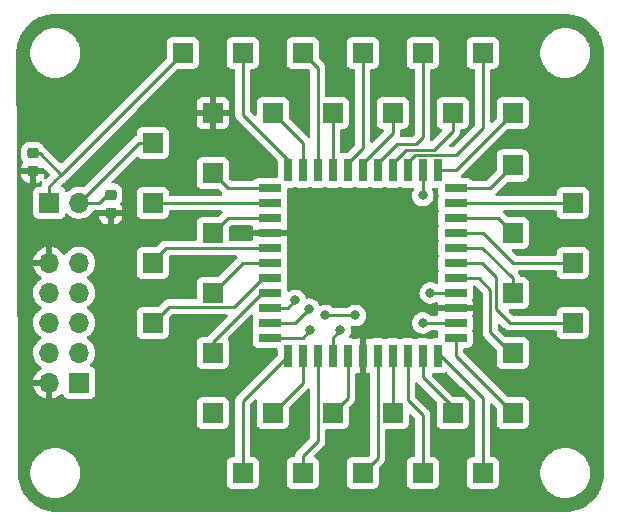
<source format=gtl>
%TF.GenerationSoftware,KiCad,Pcbnew,(6.0.0)*%
%TF.CreationDate,2022-03-13T18:43:21-04:00*%
%TF.ProjectId,Xc9572 breakout,58633935-3732-4206-9272-65616b6f7574,rev?*%
%TF.SameCoordinates,Original*%
%TF.FileFunction,Copper,L1,Top*%
%TF.FilePolarity,Positive*%
%FSLAX46Y46*%
G04 Gerber Fmt 4.6, Leading zero omitted, Abs format (unit mm)*
G04 Created by KiCad (PCBNEW (6.0.0)) date 2022-03-13 18:43:21*
%MOMM*%
%LPD*%
G01*
G04 APERTURE LIST*
G04 Aperture macros list*
%AMRoundRect*
0 Rectangle with rounded corners*
0 $1 Rounding radius*
0 $2 $3 $4 $5 $6 $7 $8 $9 X,Y pos of 4 corners*
0 Add a 4 corners polygon primitive as box body*
4,1,4,$2,$3,$4,$5,$6,$7,$8,$9,$2,$3,0*
0 Add four circle primitives for the rounded corners*
1,1,$1+$1,$2,$3*
1,1,$1+$1,$4,$5*
1,1,$1+$1,$6,$7*
1,1,$1+$1,$8,$9*
0 Add four rect primitives between the rounded corners*
20,1,$1+$1,$2,$3,$4,$5,0*
20,1,$1+$1,$4,$5,$6,$7,0*
20,1,$1+$1,$6,$7,$8,$9,0*
20,1,$1+$1,$8,$9,$2,$3,0*%
G04 Aperture macros list end*
%TA.AperFunction,ComponentPad*%
%ADD10R,1.700000X1.700000*%
%TD*%
%TA.AperFunction,ComponentPad*%
%ADD11O,1.700000X1.700000*%
%TD*%
%TA.AperFunction,SMDPad,CuDef*%
%ADD12RoundRect,0.225000X-0.250000X0.225000X-0.250000X-0.225000X0.250000X-0.225000X0.250000X0.225000X0*%
%TD*%
%TA.AperFunction,SMDPad,CuDef*%
%ADD13R,0.700000X1.925000*%
%TD*%
%TA.AperFunction,SMDPad,CuDef*%
%ADD14R,1.925000X0.700000*%
%TD*%
%TA.AperFunction,ViaPad*%
%ADD15C,0.800000*%
%TD*%
%TA.AperFunction,Conductor*%
%ADD16C,0.250000*%
%TD*%
G04 APERTURE END LIST*
D10*
%TO.P,J22,1,Pin_1*%
%TO.N,/2-11{slash}GTS2*%
X132080000Y-45720000D03*
%TD*%
%TO.P,J12,1,Pin_1*%
%TO.N,/1-9{slash}GCK1*%
X111760000Y-45720000D03*
%TD*%
%TO.P,J16,1,Pin_1*%
%TO.N,/1-17*%
X106680000Y-55880000D03*
%TD*%
%TO.P,J8,1,Pin_1*%
%TO.N,/1-2*%
X121920000Y-45720000D03*
%TD*%
%TO.P,J24,1,Pin_1*%
%TO.N,/2-15*%
X127000000Y-45720000D03*
%TD*%
%TO.P,J1,1,Pin_1*%
%TO.N,/Tck*%
X95370000Y-68550000D03*
D11*
%TO.P,J1,2,Pin_2*%
%TO.N,GND*%
X92830000Y-68550000D03*
%TO.P,J1,3,Pin_3*%
%TO.N,/Tdo*%
X95370000Y-66010000D03*
%TO.P,J1,4,Pin_4*%
%TO.N,+5V*%
X92830000Y-66010000D03*
%TO.P,J1,5,Pin_5*%
%TO.N,/Tms*%
X95370000Y-63470000D03*
%TO.P,J1,6,Pin_6*%
%TO.N,unconnected-(J1-Pad6)*%
X92830000Y-63470000D03*
%TO.P,J1,7,Pin_7*%
%TO.N,unconnected-(J1-Pad7)*%
X95370000Y-60930000D03*
%TO.P,J1,8,Pin_8*%
%TO.N,unconnected-(J1-Pad8)*%
X92830000Y-60930000D03*
%TO.P,J1,9,Pin_9*%
%TO.N,/Tdi*%
X95370000Y-58390000D03*
%TO.P,J1,10,Pin_10*%
%TO.N,GND*%
X92830000Y-58390000D03*
%TD*%
D10*
%TO.P,J30,1,Pin_1*%
%TO.N,/3-11*%
X109220000Y-76200000D03*
%TD*%
%TO.P,J27,1,Pin_1*%
%TO.N,/3-5*%
X106680000Y-60960000D03*
%TD*%
%TO.P,J9,1,Pin_1*%
%TO.N,/1-5*%
X119380000Y-40640000D03*
%TD*%
%TO.P,J21,1,Pin_1*%
%TO.N,/2-9{slash}GSR*%
X132080000Y-50165000D03*
%TD*%
%TO.P,J10,1,Pin_1*%
%TO.N,/1-6*%
X116840000Y-45720000D03*
%TD*%
%TO.P,J35,1,Pin_1*%
%TO.N,/4-5*%
X121920000Y-71120000D03*
%TD*%
D12*
%TO.P,C2,1*%
%TO.N,+5V*%
X91440000Y-49110600D03*
%TO.P,C2,2*%
%TO.N,GND*%
X91440000Y-50660600D03*
%TD*%
D10*
%TO.P,J7,1,Pin_1*%
%TO.N,GND*%
X106680000Y-45720000D03*
%TD*%
%TO.P,J28,1,Pin_1*%
%TO.N,/3-8*%
X101600000Y-63500000D03*
%TD*%
%TO.P,J5,1,Pin_1*%
%TO.N,+5V*%
X106680000Y-71120000D03*
%TD*%
%TO.P,J32,1,Pin_1*%
%TO.N,/3-15*%
X114300000Y-76200000D03*
%TD*%
%TO.P,J40,1,Pin_1*%
%TO.N,/4-15*%
X132080000Y-66040000D03*
%TD*%
%TO.P,J20,1,Pin_1*%
%TO.N,/2-8*%
X137160000Y-53340000D03*
%TD*%
%TO.P,J33,1,Pin_1*%
%TO.N,/3-17*%
X116840000Y-71120000D03*
%TD*%
%TO.P,J34,1,Pin_1*%
%TO.N,/4-2*%
X119380000Y-76200000D03*
%TD*%
%TO.P,J4,1,Pin_1*%
%TO.N,+5V*%
X92830000Y-53315000D03*
D11*
%TO.P,J4,2,Pin_2*%
%TO.N,/VccIO*%
X95370000Y-53315000D03*
%TD*%
D10*
%TO.P,J14,1,Pin_1*%
%TO.N,/1-14{slash}GCK3*%
X106680000Y-50800000D03*
%TD*%
%TO.P,J29,1,Pin_1*%
%TO.N,/3-9*%
X106680000Y-66040000D03*
%TD*%
%TO.P,J3,1,Pin_1*%
%TO.N,/VccIO*%
X101600000Y-48260000D03*
%TD*%
%TO.P,J11,1,Pin_1*%
%TO.N,/1-8*%
X114300000Y-40640000D03*
%TD*%
%TO.P,J36,1,Pin_1*%
%TO.N,/4-8*%
X124460000Y-76200000D03*
%TD*%
D12*
%TO.P,C1,1*%
%TO.N,/VccIO*%
X98044000Y-52641200D03*
%TO.P,C1,2*%
%TO.N,GND*%
X98044000Y-54191200D03*
%TD*%
D10*
%TO.P,J41,1,Pin_1*%
%TO.N,/4-17*%
X137160000Y-63500000D03*
%TD*%
%TO.P,J19,1,Pin_1*%
%TO.N,/2-6*%
X132080000Y-55880000D03*
%TD*%
%TO.P,J2,1,Pin_1*%
%TO.N,+5V*%
X104140000Y-40640000D03*
%TD*%
%TO.P,J23,1,Pin_1*%
%TO.N,/2-14{slash}GTS1*%
X129540000Y-40640000D03*
%TD*%
%TO.P,J17,1,Pin_1*%
%TO.N,/2-2*%
X132080000Y-60960000D03*
%TD*%
%TO.P,J15,1,Pin_1*%
%TO.N,/1-15*%
X101600000Y-53340000D03*
%TD*%
D13*
%TO.P,U1,1,IO1-2*%
%TO.N,/1-2*%
X119380000Y-50557500D03*
%TO.P,U1,2,IO1-5*%
%TO.N,/1-5*%
X118110000Y-50557500D03*
%TO.P,U1,3,IO1-6*%
%TO.N,/1-6*%
X116840000Y-50557500D03*
%TO.P,U1,4,IO1-8*%
%TO.N,/1-8*%
X115570000Y-50557500D03*
%TO.P,U1,5,IO1-9/GCK1*%
%TO.N,/1-9{slash}GCK1*%
X114300000Y-50557500D03*
%TO.P,U1,6,IO1-11/GCK2*%
%TO.N,/1-11{slash}GCK2*%
X113030000Y-50557500D03*
D14*
%TO.P,U1,7,IO1-14/GCK3*%
%TO.N,/1-14{slash}GCK3*%
X111517500Y-52070000D03*
%TO.P,U1,8,IO1-15*%
%TO.N,/1-15*%
X111517500Y-53340000D03*
%TO.P,U1,9,IO1-17*%
%TO.N,/1-17*%
X111517500Y-54610000D03*
%TO.P,U1,10,GND*%
%TO.N,GND*%
X111517500Y-55880000D03*
%TO.P,U1,11,IO3-2*%
%TO.N,/3-2*%
X111517500Y-57150000D03*
%TO.P,U1,12,IO3-5*%
%TO.N,/3-5*%
X111517500Y-58420000D03*
%TO.P,U1,13,IO3-8*%
%TO.N,/3-8*%
X111517500Y-59690000D03*
%TO.P,U1,14,IO3-9*%
%TO.N,/3-9*%
X111517500Y-60960000D03*
%TO.P,U1,15,TDI*%
%TO.N,/Tdi*%
X111517500Y-62230000D03*
%TO.P,U1,16,TMS*%
%TO.N,/Tms*%
X111517500Y-63500000D03*
%TO.P,U1,17,TCK*%
%TO.N,/Tck*%
X111517500Y-64770000D03*
D13*
%TO.P,U1,18,IO3-11*%
%TO.N,/3-11*%
X113030000Y-66282500D03*
%TO.P,U1,19,IO3-14*%
%TO.N,/3-14*%
X114300000Y-66282500D03*
%TO.P,U1,20,IO3-15*%
%TO.N,/3-15*%
X115570000Y-66282500D03*
%TO.P,U1,21,VCCINT*%
%TO.N,+5V*%
X116840000Y-66282500D03*
%TO.P,U1,22,IO3-17*%
%TO.N,/3-17*%
X118110000Y-66282500D03*
%TO.P,U1,23,GND*%
%TO.N,GND*%
X119380000Y-66282500D03*
%TO.P,U1,24,IO4-2*%
%TO.N,/4-2*%
X120650000Y-66282500D03*
%TO.P,U1,25,IO4-5*%
%TO.N,/4-5*%
X121920000Y-66282500D03*
%TO.P,U1,26,IO4-8*%
%TO.N,/4-8*%
X123190000Y-66282500D03*
%TO.P,U1,27,IO4-9*%
%TO.N,/4-9*%
X124460000Y-66282500D03*
%TO.P,U1,28,IO4-11*%
%TO.N,/4-11*%
X125730000Y-66282500D03*
D14*
%TO.P,U1,29,IO4-14*%
%TO.N,/4-14*%
X127242500Y-64770000D03*
%TO.P,U1,30,TDO*%
%TO.N,/Tdo*%
X127242500Y-63500000D03*
%TO.P,U1,31,GND*%
%TO.N,GND*%
X127242500Y-62230000D03*
%TO.P,U1,32,VCCIO*%
%TO.N,/VccIO*%
X127242500Y-60960000D03*
%TO.P,U1,33,IO4-15*%
%TO.N,/4-15*%
X127242500Y-59690000D03*
%TO.P,U1,34,IO4-17*%
%TO.N,/4-17*%
X127242500Y-58420000D03*
%TO.P,U1,35,IO2-2*%
%TO.N,/2-2*%
X127242500Y-57150000D03*
%TO.P,U1,36,IO2-5*%
%TO.N,/2-5*%
X127242500Y-55880000D03*
%TO.P,U1,37,IO2-6*%
%TO.N,/2-6*%
X127242500Y-54610000D03*
%TO.P,U1,38,IO2-8*%
%TO.N,/2-8*%
X127242500Y-53340000D03*
%TO.P,U1,39,IO2-9/GSR*%
%TO.N,/2-9{slash}GSR*%
X127242500Y-52070000D03*
D13*
%TO.P,U1,40,IO2-11/GTS2*%
%TO.N,/2-11{slash}GTS2*%
X125730000Y-50557500D03*
%TO.P,U1,41,VCCINT*%
%TO.N,+5V*%
X124460000Y-50557500D03*
%TO.P,U1,42,IO2-14/GTS1*%
%TO.N,/2-14{slash}GTS1*%
X123190000Y-50557500D03*
%TO.P,U1,43,IO2-15*%
%TO.N,/2-15*%
X121920000Y-50557500D03*
%TO.P,U1,44,IO2-17*%
%TO.N,/2-17*%
X120650000Y-50557500D03*
%TD*%
D10*
%TO.P,J31,1,Pin_1*%
%TO.N,/3-14*%
X111760000Y-71120000D03*
%TD*%
%TO.P,J26,1,Pin_1*%
%TO.N,/3-2*%
X101600000Y-58420000D03*
%TD*%
%TO.P,J18,1,Pin_1*%
%TO.N,/2-5*%
X137160000Y-58420000D03*
%TD*%
%TO.P,J39,1,Pin_1*%
%TO.N,/4-14*%
X132080000Y-71120000D03*
%TD*%
%TO.P,J38,1,Pin_1*%
%TO.N,/4-11*%
X129540000Y-76200000D03*
%TD*%
%TO.P,J13,1,Pin_1*%
%TO.N,/1-11{slash}GCK2*%
X109220000Y-40640000D03*
%TD*%
%TO.P,J37,1,Pin_1*%
%TO.N,/4-9*%
X127000000Y-71120000D03*
%TD*%
%TO.P,J25,1,Pin_1*%
%TO.N,/2-17*%
X124460000Y-40640000D03*
%TD*%
D15*
%TO.N,/Tck*%
X114935000Y-64135000D03*
%TO.N,/Tdo*%
X124460000Y-63500000D03*
X116205000Y-62865000D03*
X118745000Y-62865000D03*
%TO.N,+5V*%
X124460000Y-52705000D03*
X117475000Y-64135000D03*
%TO.N,/Tms*%
X114839511Y-62325489D03*
%TO.N,/Tdi*%
X113665000Y-61595000D03*
%TO.N,/VccIO*%
X125095000Y-60960000D03*
%TD*%
D16*
%TO.N,/VccIO*%
X97713800Y-52641200D02*
X97040000Y-53315000D01*
X98044000Y-52641200D02*
X97713800Y-52641200D01*
%TO.N,+5V*%
X92011200Y-49110600D02*
X93840300Y-50939700D01*
X91440000Y-49110600D02*
X92011200Y-49110600D01*
X93840300Y-50939700D02*
X104140000Y-40640000D01*
X93345000Y-51435000D02*
X93840300Y-50939700D01*
%TO.N,/Tck*%
X114300000Y-64770000D02*
X114935000Y-64135000D01*
X111517500Y-64770000D02*
X114300000Y-64770000D01*
%TO.N,/Tdo*%
X118745000Y-62865000D02*
X116205000Y-62865000D01*
X127242500Y-63500000D02*
X124460000Y-63500000D01*
%TO.N,+5V*%
X92830000Y-51950000D02*
X93345000Y-51435000D01*
X116840000Y-66282500D02*
X116840000Y-64770000D01*
X124460000Y-50557500D02*
X124460000Y-52705000D01*
X116840000Y-64770000D02*
X117475000Y-64135000D01*
X92830000Y-53315000D02*
X92830000Y-51950000D01*
%TO.N,/Tms*%
X113665000Y-63500000D02*
X114839511Y-62325489D01*
X111517500Y-63500000D02*
X113665000Y-63500000D01*
%TO.N,/Tdi*%
X113030000Y-62230000D02*
X113665000Y-61595000D01*
X111517500Y-62230000D02*
X113030000Y-62230000D01*
%TO.N,/VccIO*%
X127242500Y-60960000D02*
X125095000Y-60960000D01*
X95370000Y-53315000D02*
X100425000Y-48260000D01*
X97040000Y-53315000D02*
X95370000Y-53315000D01*
X100425000Y-48260000D02*
X101600000Y-48260000D01*
%TO.N,/1-2*%
X119380000Y-50557500D02*
X119380000Y-49945000D01*
X119380000Y-49945000D02*
X121920000Y-47405000D01*
X121920000Y-47405000D02*
X121920000Y-45720000D01*
%TO.N,/1-5*%
X118110000Y-50557500D02*
X118110000Y-49945000D01*
X119380000Y-48675000D02*
X119380000Y-40640000D01*
X118110000Y-49945000D02*
X119380000Y-48675000D01*
%TO.N,/1-6*%
X116840000Y-50557500D02*
X116840000Y-45720000D01*
%TO.N,/1-8*%
X115570000Y-41910000D02*
X114300000Y-40640000D01*
X115570000Y-50557500D02*
X115570000Y-41910000D01*
%TO.N,/1-9{slash}GCK1*%
X114300000Y-50557500D02*
X114300000Y-48260000D01*
X114300000Y-48260000D02*
X111760000Y-45720000D01*
%TO.N,/1-11{slash}GCK2*%
X113030000Y-49682400D02*
X109220000Y-45872400D01*
X109220000Y-45872400D02*
X109220000Y-40640000D01*
X113030000Y-50557500D02*
X113030000Y-49682400D01*
%TO.N,/1-14{slash}GCK3*%
X107950000Y-52070000D02*
X106680000Y-50800000D01*
X111517500Y-52070000D02*
X107950000Y-52070000D01*
%TO.N,/1-15*%
X111517500Y-53340000D02*
X101600000Y-53340000D01*
%TO.N,/1-17*%
X107950000Y-54610000D02*
X106680000Y-55880000D01*
X111517500Y-54610000D02*
X107950000Y-54610000D01*
%TO.N,/2-2*%
X132080000Y-59715400D02*
X132080000Y-60960000D01*
X129514600Y-57150000D02*
X132080000Y-59715400D01*
X127242500Y-57150000D02*
X129514600Y-57150000D01*
%TO.N,/2-5*%
X129565400Y-55880000D02*
X132105400Y-58420000D01*
X132105400Y-58420000D02*
X137160000Y-58420000D01*
X127242500Y-55880000D02*
X129565400Y-55880000D01*
%TO.N,/2-6*%
X130810000Y-54610000D02*
X132080000Y-55880000D01*
X127242500Y-54610000D02*
X130810000Y-54610000D01*
%TO.N,/2-8*%
X127242500Y-53340000D02*
X137160000Y-53340000D01*
%TO.N,/2-9{slash}GSR*%
X127242500Y-52070000D02*
X130175000Y-52070000D01*
X130175000Y-52070000D02*
X132080000Y-50165000D01*
%TO.N,/2-11{slash}GTS2*%
X125730000Y-50557500D02*
X127242500Y-50557500D01*
X127242500Y-50557500D02*
X132080000Y-45720000D01*
%TO.N,/2-14{slash}GTS1*%
X123190000Y-49865978D02*
X123785489Y-49270489D01*
X123190000Y-50557500D02*
X123190000Y-49865978D01*
X123785489Y-49270489D02*
X127273889Y-49270489D01*
X129540000Y-47004378D02*
X129540000Y-40640000D01*
X127273889Y-49270489D02*
X129540000Y-47004378D01*
%TO.N,/2-15*%
X121920000Y-49945000D02*
X123044031Y-48820969D01*
X121920000Y-50557500D02*
X121920000Y-49945000D01*
X127000000Y-47220769D02*
X127000000Y-45720000D01*
X125399800Y-48820969D02*
X127000000Y-47220769D01*
X123044031Y-48820969D02*
X125399800Y-48820969D01*
%TO.N,/2-17*%
X122294049Y-48371449D02*
X123875800Y-48371449D01*
X122258800Y-48336200D02*
X122294049Y-48371449D01*
X120650000Y-49945000D02*
X122258800Y-48336200D01*
X123875800Y-48371449D02*
X124460000Y-47787249D01*
X120650000Y-50557500D02*
X120650000Y-49945000D01*
X124460000Y-47787249D02*
X124460000Y-40640000D01*
%TO.N,/3-2*%
X101600000Y-58420000D02*
X101600000Y-58267600D01*
X102717600Y-57150000D02*
X111517500Y-57150000D01*
X101600000Y-58267600D02*
X102717600Y-57150000D01*
%TO.N,/3-5*%
X111517500Y-58420000D02*
X109220000Y-58420000D01*
X109220000Y-58420000D02*
X106680000Y-60960000D01*
%TO.N,/3-8*%
X111517500Y-59690000D02*
X110905000Y-59690000D01*
X102965489Y-62134511D02*
X101600000Y-63500000D01*
X108460489Y-62134511D02*
X102965489Y-62134511D01*
X110905000Y-59690000D02*
X108460489Y-62134511D01*
%TO.N,/3-9*%
X106680000Y-65105978D02*
X106680000Y-66040000D01*
X110825978Y-60960000D02*
X106680000Y-65105978D01*
X111517500Y-60960000D02*
X110825978Y-60960000D01*
%TO.N,/3-11*%
X109220000Y-70092500D02*
X113030000Y-66282500D01*
X109220000Y-76200000D02*
X109220000Y-70092500D01*
%TO.N,/3-14*%
X114300000Y-68580000D02*
X114300000Y-66282500D01*
X111760000Y-71120000D02*
X114300000Y-68580000D01*
%TO.N,/3-15*%
X114300000Y-74777600D02*
X114300000Y-76200000D01*
X115570000Y-66282500D02*
X115570000Y-73507600D01*
X115570000Y-73507600D02*
X114300000Y-74777600D01*
%TO.N,/3-17*%
X118110000Y-69850000D02*
X118110000Y-66282500D01*
X116840000Y-71120000D02*
X118110000Y-69850000D01*
%TO.N,/4-2*%
X119380000Y-76200000D02*
X120650000Y-74930000D01*
X120650000Y-74930000D02*
X120650000Y-66282500D01*
%TO.N,/4-5*%
X121920000Y-71120000D02*
X121920000Y-66282500D01*
%TO.N,/4-8*%
X124460000Y-76200000D02*
X124460000Y-71310978D01*
X123190000Y-70040978D02*
X123190000Y-66282500D01*
X124460000Y-71310978D02*
X123190000Y-70040978D01*
%TO.N,/4-9*%
X124460000Y-68072000D02*
X124460000Y-66282500D01*
X127000000Y-70612000D02*
X124460000Y-68072000D01*
X127000000Y-71120000D02*
X127000000Y-70612000D01*
%TO.N,/4-11*%
X129540000Y-76200000D02*
X129540000Y-69824600D01*
X129540000Y-69824600D02*
X125997900Y-66282500D01*
X125997900Y-66282500D02*
X125730000Y-66282500D01*
%TO.N,/4-14*%
X127242500Y-64770000D02*
X127242500Y-66282500D01*
X127242500Y-66282500D02*
X132080000Y-71120000D01*
%TO.N,/4-15*%
X129184400Y-59690000D02*
X130175000Y-60680600D01*
X127242500Y-59690000D02*
X129184400Y-59690000D01*
X130175000Y-60680600D02*
X130175000Y-64287400D01*
X130175000Y-64287400D02*
X131927600Y-66040000D01*
X131927600Y-66040000D02*
X132080000Y-66040000D01*
%TO.N,/4-17*%
X129463800Y-58420000D02*
X130632200Y-59588400D01*
X131826000Y-63500000D02*
X137160000Y-63500000D01*
X127242500Y-58420000D02*
X129463800Y-58420000D01*
X130632200Y-62306200D02*
X131826000Y-63500000D01*
X130632200Y-59588400D02*
X130632200Y-62306200D01*
%TD*%
%TA.AperFunction,Conductor*%
%TO.N,GND*%
G36*
X136495057Y-37339500D02*
G01*
X136509858Y-37341805D01*
X136509861Y-37341805D01*
X136518730Y-37343186D01*
X136537411Y-37340743D01*
X136560342Y-37339852D01*
X136863557Y-37355743D01*
X136876665Y-37357120D01*
X137116285Y-37395072D01*
X137205002Y-37409123D01*
X137217902Y-37411865D01*
X137539000Y-37497903D01*
X137551536Y-37501977D01*
X137824358Y-37606703D01*
X137861876Y-37621105D01*
X137873924Y-37626469D01*
X138170120Y-37777388D01*
X138181536Y-37783979D01*
X138460334Y-37965033D01*
X138470996Y-37972779D01*
X138729344Y-38181984D01*
X138739145Y-38190810D01*
X138974190Y-38425855D01*
X138983015Y-38435655D01*
X139125787Y-38611964D01*
X139192221Y-38694004D01*
X139199967Y-38704666D01*
X139381018Y-38983459D01*
X139387612Y-38994880D01*
X139538531Y-39291076D01*
X139543895Y-39303124D01*
X139636089Y-39543295D01*
X139663021Y-39613456D01*
X139667097Y-39626000D01*
X139753135Y-39947098D01*
X139755877Y-39959998D01*
X139796760Y-40218124D01*
X139807879Y-40288329D01*
X139809257Y-40301443D01*
X139819823Y-40503049D01*
X139824764Y-40597330D01*
X139823436Y-40623312D01*
X139823195Y-40624856D01*
X139823195Y-40624860D01*
X139821814Y-40633730D01*
X139822978Y-40642632D01*
X139822978Y-40642635D01*
X139825936Y-40665251D01*
X139827000Y-40681589D01*
X139827000Y-76150672D01*
X139825500Y-76170056D01*
X139821814Y-76193730D01*
X139824257Y-76212410D01*
X139825148Y-76235343D01*
X139809257Y-76538554D01*
X139807880Y-76551665D01*
X139794656Y-76635159D01*
X139755877Y-76880002D01*
X139753135Y-76892902D01*
X139667097Y-77214000D01*
X139663023Y-77226536D01*
X139589281Y-77418642D01*
X139543895Y-77536876D01*
X139538531Y-77548924D01*
X139387612Y-77845120D01*
X139381021Y-77856536D01*
X139199967Y-78135334D01*
X139192224Y-78145992D01*
X138983016Y-78404344D01*
X138974190Y-78414145D01*
X138739145Y-78649190D01*
X138729344Y-78658016D01*
X138470996Y-78867221D01*
X138460334Y-78874967D01*
X138181536Y-79056021D01*
X138170120Y-79062612D01*
X137873924Y-79213531D01*
X137861875Y-79218895D01*
X137551536Y-79338023D01*
X137539000Y-79342097D01*
X137217902Y-79428135D01*
X137205002Y-79430877D01*
X137116285Y-79444928D01*
X136876665Y-79482880D01*
X136863557Y-79484257D01*
X136567666Y-79499764D01*
X136541688Y-79498436D01*
X136540144Y-79498195D01*
X136540140Y-79498195D01*
X136531270Y-79496814D01*
X136522368Y-79497978D01*
X136522365Y-79497978D01*
X136499749Y-79500936D01*
X136483411Y-79502000D01*
X93548405Y-79502000D01*
X93529020Y-79500500D01*
X93514219Y-79498195D01*
X93514216Y-79498195D01*
X93505347Y-79496814D01*
X93486666Y-79499257D01*
X93463735Y-79500148D01*
X93160520Y-79484257D01*
X93147412Y-79482880D01*
X92907792Y-79444928D01*
X92819075Y-79430877D01*
X92806175Y-79428135D01*
X92485077Y-79342097D01*
X92472541Y-79338023D01*
X92162202Y-79218895D01*
X92150153Y-79213531D01*
X91853957Y-79062612D01*
X91842541Y-79056021D01*
X91563743Y-78874967D01*
X91553081Y-78867221D01*
X91294733Y-78658016D01*
X91284932Y-78649190D01*
X91049887Y-78414145D01*
X91041061Y-78404344D01*
X90831853Y-78145992D01*
X90824110Y-78135334D01*
X90643056Y-77856536D01*
X90636465Y-77845120D01*
X90485546Y-77548924D01*
X90480182Y-77536876D01*
X90434796Y-77418642D01*
X90361054Y-77226536D01*
X90356980Y-77214000D01*
X90270942Y-76892902D01*
X90268200Y-76880002D01*
X90229421Y-76635159D01*
X90216197Y-76551665D01*
X90214820Y-76538554D01*
X90204964Y-76350488D01*
X90204032Y-76332703D01*
X91235743Y-76332703D01*
X91273268Y-76617734D01*
X91349129Y-76895036D01*
X91350813Y-76898984D01*
X91391460Y-76994278D01*
X91461923Y-77159476D01*
X91609561Y-77406161D01*
X91789313Y-77630528D01*
X91997851Y-77828423D01*
X92231317Y-77996186D01*
X92235112Y-77998195D01*
X92235113Y-77998196D01*
X92256869Y-78009715D01*
X92485392Y-78130712D01*
X92755373Y-78229511D01*
X93036264Y-78290755D01*
X93064841Y-78293004D01*
X93259282Y-78308307D01*
X93259291Y-78308307D01*
X93261739Y-78308500D01*
X93417271Y-78308500D01*
X93419407Y-78308354D01*
X93419418Y-78308354D01*
X93627548Y-78294165D01*
X93627554Y-78294164D01*
X93631825Y-78293873D01*
X93636020Y-78293004D01*
X93636022Y-78293004D01*
X93772583Y-78264724D01*
X93913342Y-78235574D01*
X94184343Y-78139607D01*
X94439812Y-78007750D01*
X94443313Y-78005289D01*
X94443317Y-78005287D01*
X94557418Y-77925095D01*
X94675023Y-77842441D01*
X94885622Y-77646740D01*
X95067713Y-77424268D01*
X95217927Y-77179142D01*
X95333483Y-76915898D01*
X95412244Y-76639406D01*
X95452751Y-76354784D01*
X95452845Y-76336951D01*
X95454235Y-76071583D01*
X95454235Y-76071576D01*
X95454257Y-76067297D01*
X95416732Y-75782266D01*
X95340871Y-75504964D01*
X95305484Y-75422000D01*
X95229763Y-75244476D01*
X95229761Y-75244472D01*
X95228077Y-75240524D01*
X95141646Y-75096109D01*
X95082643Y-74997521D01*
X95082640Y-74997517D01*
X95080439Y-74993839D01*
X94900687Y-74769472D01*
X94729781Y-74607288D01*
X94695258Y-74574527D01*
X94695255Y-74574525D01*
X94692149Y-74571577D01*
X94493339Y-74428717D01*
X94462172Y-74406321D01*
X94462171Y-74406320D01*
X94458683Y-74403814D01*
X94436843Y-74392250D01*
X94371834Y-74357830D01*
X94204608Y-74269288D01*
X93934627Y-74170489D01*
X93653736Y-74109245D01*
X93622685Y-74106801D01*
X93430718Y-74091693D01*
X93430709Y-74091693D01*
X93428261Y-74091500D01*
X93272729Y-74091500D01*
X93270593Y-74091646D01*
X93270582Y-74091646D01*
X93062452Y-74105835D01*
X93062446Y-74105836D01*
X93058175Y-74106127D01*
X93053980Y-74106996D01*
X93053978Y-74106996D01*
X92917416Y-74135277D01*
X92776658Y-74164426D01*
X92505657Y-74260393D01*
X92250188Y-74392250D01*
X92246687Y-74394711D01*
X92246683Y-74394713D01*
X92132583Y-74474904D01*
X92014977Y-74557559D01*
X91969892Y-74599455D01*
X91831839Y-74727742D01*
X91804378Y-74753260D01*
X91622287Y-74975732D01*
X91472073Y-75220858D01*
X91470347Y-75224791D01*
X91470346Y-75224792D01*
X91415485Y-75349770D01*
X91356517Y-75484102D01*
X91277756Y-75760594D01*
X91237249Y-76045216D01*
X91237227Y-76049505D01*
X91237226Y-76049512D01*
X91235765Y-76328417D01*
X91235743Y-76332703D01*
X90204032Y-76332703D01*
X90199313Y-76242666D01*
X90200641Y-76216688D01*
X90200882Y-76215144D01*
X90200882Y-76215140D01*
X90202263Y-76206270D01*
X90197961Y-76173366D01*
X90196899Y-76157584D01*
X90178963Y-72018134D01*
X105321500Y-72018134D01*
X105328255Y-72080316D01*
X105379385Y-72216705D01*
X105466739Y-72333261D01*
X105583295Y-72420615D01*
X105719684Y-72471745D01*
X105781866Y-72478500D01*
X107578134Y-72478500D01*
X107640316Y-72471745D01*
X107776705Y-72420615D01*
X107893261Y-72333261D01*
X107980615Y-72216705D01*
X108031745Y-72080316D01*
X108038500Y-72018134D01*
X108038500Y-70221866D01*
X108031745Y-70159684D01*
X107980615Y-70023295D01*
X107893261Y-69906739D01*
X107776705Y-69819385D01*
X107640316Y-69768255D01*
X107578134Y-69761500D01*
X105781866Y-69761500D01*
X105719684Y-69768255D01*
X105583295Y-69819385D01*
X105466739Y-69906739D01*
X105379385Y-70023295D01*
X105328255Y-70159684D01*
X105321500Y-70221866D01*
X105321500Y-72018134D01*
X90178963Y-72018134D01*
X90165097Y-68817966D01*
X91498257Y-68817966D01*
X91528565Y-68952446D01*
X91531645Y-68962275D01*
X91611770Y-69159603D01*
X91616413Y-69168794D01*
X91727694Y-69350388D01*
X91733777Y-69358699D01*
X91873213Y-69519667D01*
X91880580Y-69526883D01*
X92044434Y-69662916D01*
X92052881Y-69668831D01*
X92236756Y-69776279D01*
X92246042Y-69780729D01*
X92445001Y-69856703D01*
X92454899Y-69859579D01*
X92558250Y-69880606D01*
X92572299Y-69879410D01*
X92576000Y-69869065D01*
X92576000Y-68822115D01*
X92571525Y-68806876D01*
X92570135Y-68805671D01*
X92562452Y-68804000D01*
X91513225Y-68804000D01*
X91499694Y-68807973D01*
X91498257Y-68817966D01*
X90165097Y-68817966D01*
X90152786Y-65976695D01*
X91467251Y-65976695D01*
X91467548Y-65981848D01*
X91467548Y-65981851D01*
X91473011Y-66076590D01*
X91480110Y-66199715D01*
X91481247Y-66204761D01*
X91481248Y-66204767D01*
X91490337Y-66245096D01*
X91529222Y-66417639D01*
X91613266Y-66624616D01*
X91664019Y-66707438D01*
X91727291Y-66810688D01*
X91729987Y-66815088D01*
X91876250Y-66983938D01*
X92048126Y-67126632D01*
X92109196Y-67162318D01*
X92121955Y-67169774D01*
X92170679Y-67221412D01*
X92183750Y-67291195D01*
X92157019Y-67356967D01*
X92116562Y-67390327D01*
X92108457Y-67394546D01*
X92099738Y-67400036D01*
X91929433Y-67527905D01*
X91921726Y-67534748D01*
X91774590Y-67688717D01*
X91768104Y-67696727D01*
X91648098Y-67872649D01*
X91643000Y-67881623D01*
X91553338Y-68074783D01*
X91549775Y-68084470D01*
X91494389Y-68284183D01*
X91495912Y-68292607D01*
X91508292Y-68296000D01*
X92958000Y-68296000D01*
X93026121Y-68316002D01*
X93072614Y-68369658D01*
X93084000Y-68422000D01*
X93084000Y-69868517D01*
X93088064Y-69882359D01*
X93101478Y-69884393D01*
X93108184Y-69883534D01*
X93118262Y-69881392D01*
X93322255Y-69820191D01*
X93331842Y-69816433D01*
X93523095Y-69722739D01*
X93531945Y-69717464D01*
X93705328Y-69593792D01*
X93713193Y-69587145D01*
X93817897Y-69482805D01*
X93880268Y-69448889D01*
X93951075Y-69454077D01*
X94007837Y-69496723D01*
X94024819Y-69527826D01*
X94053198Y-69603526D01*
X94069385Y-69646705D01*
X94156739Y-69763261D01*
X94273295Y-69850615D01*
X94409684Y-69901745D01*
X94471866Y-69908500D01*
X96268134Y-69908500D01*
X96330316Y-69901745D01*
X96466705Y-69850615D01*
X96583261Y-69763261D01*
X96670615Y-69646705D01*
X96721745Y-69510316D01*
X96728500Y-69448134D01*
X96728500Y-67651866D01*
X96721745Y-67589684D01*
X96670615Y-67453295D01*
X96583261Y-67336739D01*
X96466705Y-67249385D01*
X96439905Y-67239338D01*
X96348203Y-67204960D01*
X96291439Y-67162318D01*
X96266739Y-67095756D01*
X96281947Y-67026408D01*
X96303493Y-66997727D01*
X96408096Y-66893489D01*
X96467594Y-66810689D01*
X96535435Y-66716277D01*
X96538453Y-66712077D01*
X96559320Y-66669857D01*
X96635136Y-66516453D01*
X96635137Y-66516451D01*
X96637430Y-66511811D01*
X96702370Y-66298069D01*
X96731529Y-66076590D01*
X96732008Y-66057000D01*
X96733074Y-66013365D01*
X96733074Y-66013361D01*
X96733156Y-66010000D01*
X96714852Y-65787361D01*
X96660431Y-65570702D01*
X96571354Y-65365840D01*
X96531906Y-65304862D01*
X96452822Y-65182617D01*
X96452820Y-65182614D01*
X96450014Y-65178277D01*
X96299670Y-65013051D01*
X96295619Y-65009852D01*
X96295615Y-65009848D01*
X96128414Y-64877800D01*
X96128410Y-64877798D01*
X96124359Y-64874598D01*
X96083053Y-64851796D01*
X96033084Y-64801364D01*
X96018312Y-64731921D01*
X96043428Y-64665516D01*
X96070780Y-64638909D01*
X96136747Y-64591855D01*
X96249860Y-64511173D01*
X96264888Y-64496198D01*
X96363295Y-64398134D01*
X100241500Y-64398134D01*
X100248255Y-64460316D01*
X100299385Y-64596705D01*
X100386739Y-64713261D01*
X100503295Y-64800615D01*
X100639684Y-64851745D01*
X100701866Y-64858500D01*
X102498134Y-64858500D01*
X102560316Y-64851745D01*
X102696705Y-64800615D01*
X102813261Y-64713261D01*
X102900615Y-64596705D01*
X102951745Y-64460316D01*
X102958500Y-64398134D01*
X102958500Y-63089595D01*
X102978502Y-63021474D01*
X102995405Y-63000500D01*
X103190989Y-62804916D01*
X103253301Y-62770890D01*
X103280084Y-62768011D01*
X107817872Y-62768011D01*
X107885993Y-62788013D01*
X107932486Y-62841669D01*
X107942590Y-62911943D01*
X107913096Y-62976523D01*
X107906967Y-62983106D01*
X106287747Y-64602326D01*
X106279461Y-64609866D01*
X106272982Y-64613978D01*
X106249571Y-64638909D01*
X106246901Y-64641752D01*
X106185688Y-64677718D01*
X106155050Y-64681500D01*
X105781866Y-64681500D01*
X105719684Y-64688255D01*
X105583295Y-64739385D01*
X105466739Y-64826739D01*
X105379385Y-64943295D01*
X105328255Y-65079684D01*
X105321500Y-65141866D01*
X105321500Y-66938134D01*
X105328255Y-67000316D01*
X105379385Y-67136705D01*
X105466739Y-67253261D01*
X105583295Y-67340615D01*
X105719684Y-67391745D01*
X105781866Y-67398500D01*
X107578134Y-67398500D01*
X107640316Y-67391745D01*
X107776705Y-67340615D01*
X107893261Y-67253261D01*
X107980615Y-67136705D01*
X108031745Y-67000316D01*
X108038500Y-66938134D01*
X108038500Y-65141866D01*
X108031745Y-65079684D01*
X107980615Y-64943295D01*
X107975230Y-64936110D01*
X107975229Y-64936108D01*
X107961811Y-64918204D01*
X107942445Y-64892366D01*
X107917597Y-64825861D01*
X107932649Y-64756478D01*
X107954176Y-64727706D01*
X109888550Y-62793332D01*
X109950862Y-62759306D01*
X110021677Y-62764371D01*
X110078513Y-62806918D01*
X110103324Y-62873438D01*
X110095627Y-62926657D01*
X110053255Y-63039684D01*
X110046500Y-63101866D01*
X110046500Y-63898134D01*
X110053255Y-63960316D01*
X110056027Y-63967712D01*
X110056029Y-63967718D01*
X110102160Y-64090771D01*
X110107343Y-64161578D01*
X110102160Y-64179229D01*
X110056029Y-64302282D01*
X110056027Y-64302288D01*
X110053255Y-64309684D01*
X110046500Y-64371866D01*
X110046500Y-65168134D01*
X110053255Y-65230316D01*
X110104385Y-65366705D01*
X110191739Y-65483261D01*
X110308295Y-65570615D01*
X110444684Y-65621745D01*
X110506866Y-65628500D01*
X112045500Y-65628500D01*
X112113621Y-65648502D01*
X112160114Y-65702158D01*
X112171500Y-65754500D01*
X112171500Y-66192906D01*
X112151498Y-66261027D01*
X112134595Y-66282001D01*
X108827747Y-69588848D01*
X108819461Y-69596388D01*
X108812982Y-69600500D01*
X108807557Y-69606277D01*
X108766357Y-69650151D01*
X108763602Y-69652993D01*
X108743865Y-69672730D01*
X108741385Y-69675927D01*
X108733682Y-69684947D01*
X108703414Y-69717179D01*
X108699595Y-69724125D01*
X108699593Y-69724128D01*
X108693652Y-69734934D01*
X108682801Y-69751453D01*
X108670386Y-69767459D01*
X108667241Y-69774728D01*
X108667238Y-69774732D01*
X108652826Y-69808037D01*
X108647609Y-69818687D01*
X108626305Y-69857440D01*
X108624334Y-69865115D01*
X108624334Y-69865116D01*
X108621267Y-69877062D01*
X108614863Y-69895766D01*
X108606819Y-69914355D01*
X108605580Y-69922178D01*
X108605577Y-69922188D01*
X108599901Y-69958024D01*
X108597495Y-69969644D01*
X108595193Y-69978611D01*
X108586500Y-70012470D01*
X108586500Y-70032724D01*
X108584949Y-70052434D01*
X108581780Y-70072443D01*
X108582526Y-70080335D01*
X108585941Y-70116461D01*
X108586500Y-70128319D01*
X108586500Y-74715500D01*
X108566498Y-74783621D01*
X108512842Y-74830114D01*
X108460500Y-74841500D01*
X108321866Y-74841500D01*
X108259684Y-74848255D01*
X108123295Y-74899385D01*
X108006739Y-74986739D01*
X107919385Y-75103295D01*
X107868255Y-75239684D01*
X107861500Y-75301866D01*
X107861500Y-77098134D01*
X107868255Y-77160316D01*
X107919385Y-77296705D01*
X108006739Y-77413261D01*
X108123295Y-77500615D01*
X108259684Y-77551745D01*
X108321866Y-77558500D01*
X110118134Y-77558500D01*
X110180316Y-77551745D01*
X110316705Y-77500615D01*
X110433261Y-77413261D01*
X110520615Y-77296705D01*
X110571745Y-77160316D01*
X110578500Y-77098134D01*
X110578500Y-75301866D01*
X110571745Y-75239684D01*
X110520615Y-75103295D01*
X110433261Y-74986739D01*
X110316705Y-74899385D01*
X110180316Y-74848255D01*
X110118134Y-74841500D01*
X109979500Y-74841500D01*
X109911379Y-74821498D01*
X109864886Y-74767842D01*
X109853500Y-74715500D01*
X109853500Y-70407094D01*
X109873502Y-70338973D01*
X109890405Y-70317999D01*
X110212652Y-69995752D01*
X110274964Y-69961726D01*
X110345779Y-69966791D01*
X110402615Y-70009338D01*
X110427426Y-70075858D01*
X110419729Y-70129076D01*
X110411029Y-70152282D01*
X110411027Y-70152288D01*
X110408255Y-70159684D01*
X110401500Y-70221866D01*
X110401500Y-72018134D01*
X110408255Y-72080316D01*
X110459385Y-72216705D01*
X110546739Y-72333261D01*
X110663295Y-72420615D01*
X110799684Y-72471745D01*
X110861866Y-72478500D01*
X112658134Y-72478500D01*
X112720316Y-72471745D01*
X112856705Y-72420615D01*
X112973261Y-72333261D01*
X113060615Y-72216705D01*
X113111745Y-72080316D01*
X113118500Y-72018134D01*
X113118500Y-70709594D01*
X113138502Y-70641473D01*
X113155405Y-70620499D01*
X114692247Y-69083657D01*
X114700537Y-69076113D01*
X114707018Y-69072000D01*
X114718649Y-69059614D01*
X114779862Y-69023648D01*
X114850802Y-69026485D01*
X114908946Y-69067225D01*
X114935835Y-69132933D01*
X114936500Y-69145866D01*
X114936500Y-73193005D01*
X114916498Y-73261126D01*
X114899595Y-73282100D01*
X113907747Y-74273948D01*
X113899461Y-74281488D01*
X113892982Y-74285600D01*
X113887557Y-74291377D01*
X113846357Y-74335251D01*
X113843602Y-74338093D01*
X113823865Y-74357830D01*
X113821385Y-74361027D01*
X113813682Y-74370047D01*
X113783414Y-74402279D01*
X113779595Y-74409225D01*
X113779593Y-74409228D01*
X113773652Y-74420034D01*
X113762801Y-74436553D01*
X113750386Y-74452559D01*
X113747241Y-74459828D01*
X113747238Y-74459832D01*
X113732826Y-74493137D01*
X113727609Y-74503787D01*
X113706305Y-74542540D01*
X113704334Y-74550215D01*
X113704334Y-74550216D01*
X113701267Y-74562162D01*
X113694863Y-74580866D01*
X113686819Y-74599455D01*
X113685580Y-74607278D01*
X113685577Y-74607288D01*
X113679901Y-74643124D01*
X113677495Y-74654744D01*
X113666500Y-74697570D01*
X113666500Y-74715500D01*
X113646498Y-74783621D01*
X113592842Y-74830114D01*
X113540500Y-74841500D01*
X113401866Y-74841500D01*
X113339684Y-74848255D01*
X113203295Y-74899385D01*
X113086739Y-74986739D01*
X112999385Y-75103295D01*
X112948255Y-75239684D01*
X112941500Y-75301866D01*
X112941500Y-77098134D01*
X112948255Y-77160316D01*
X112999385Y-77296705D01*
X113086739Y-77413261D01*
X113203295Y-77500615D01*
X113339684Y-77551745D01*
X113401866Y-77558500D01*
X115198134Y-77558500D01*
X115260316Y-77551745D01*
X115396705Y-77500615D01*
X115513261Y-77413261D01*
X115600615Y-77296705D01*
X115651745Y-77160316D01*
X115658500Y-77098134D01*
X118021500Y-77098134D01*
X118028255Y-77160316D01*
X118079385Y-77296705D01*
X118166739Y-77413261D01*
X118283295Y-77500615D01*
X118419684Y-77551745D01*
X118481866Y-77558500D01*
X120278134Y-77558500D01*
X120340316Y-77551745D01*
X120476705Y-77500615D01*
X120593261Y-77413261D01*
X120680615Y-77296705D01*
X120731745Y-77160316D01*
X120738500Y-77098134D01*
X120738500Y-75789594D01*
X120758502Y-75721473D01*
X120775405Y-75700499D01*
X121042247Y-75433657D01*
X121050537Y-75426113D01*
X121057018Y-75422000D01*
X121103659Y-75372332D01*
X121106413Y-75369491D01*
X121126134Y-75349770D01*
X121128612Y-75346575D01*
X121136318Y-75337553D01*
X121161158Y-75311101D01*
X121166586Y-75305321D01*
X121176346Y-75287568D01*
X121187199Y-75271045D01*
X121194753Y-75261306D01*
X121199613Y-75255041D01*
X121217176Y-75214457D01*
X121222383Y-75203827D01*
X121243695Y-75165060D01*
X121245666Y-75157383D01*
X121245668Y-75157378D01*
X121248732Y-75145442D01*
X121255138Y-75126730D01*
X121260033Y-75115419D01*
X121263181Y-75108145D01*
X121264421Y-75100317D01*
X121264423Y-75100310D01*
X121270099Y-75064476D01*
X121272505Y-75052856D01*
X121281528Y-75017711D01*
X121281528Y-75017710D01*
X121283500Y-75010030D01*
X121283500Y-74989776D01*
X121285051Y-74970065D01*
X121286980Y-74957886D01*
X121288220Y-74950057D01*
X121284059Y-74906038D01*
X121283500Y-74894181D01*
X121283500Y-72604500D01*
X121303502Y-72536379D01*
X121357158Y-72489886D01*
X121409500Y-72478500D01*
X122818134Y-72478500D01*
X122880316Y-72471745D01*
X123016705Y-72420615D01*
X123133261Y-72333261D01*
X123220615Y-72216705D01*
X123271745Y-72080316D01*
X123278500Y-72018134D01*
X123278500Y-71329572D01*
X123298502Y-71261451D01*
X123352158Y-71214958D01*
X123422432Y-71204854D01*
X123487012Y-71234348D01*
X123493595Y-71240477D01*
X123789595Y-71536477D01*
X123823621Y-71598789D01*
X123826500Y-71625572D01*
X123826500Y-74715500D01*
X123806498Y-74783621D01*
X123752842Y-74830114D01*
X123700500Y-74841500D01*
X123561866Y-74841500D01*
X123499684Y-74848255D01*
X123363295Y-74899385D01*
X123246739Y-74986739D01*
X123159385Y-75103295D01*
X123108255Y-75239684D01*
X123101500Y-75301866D01*
X123101500Y-77098134D01*
X123108255Y-77160316D01*
X123159385Y-77296705D01*
X123246739Y-77413261D01*
X123363295Y-77500615D01*
X123499684Y-77551745D01*
X123561866Y-77558500D01*
X125358134Y-77558500D01*
X125420316Y-77551745D01*
X125556705Y-77500615D01*
X125673261Y-77413261D01*
X125760615Y-77296705D01*
X125811745Y-77160316D01*
X125818500Y-77098134D01*
X125818500Y-75301866D01*
X125811745Y-75239684D01*
X125760615Y-75103295D01*
X125673261Y-74986739D01*
X125556705Y-74899385D01*
X125420316Y-74848255D01*
X125358134Y-74841500D01*
X125219500Y-74841500D01*
X125151379Y-74821498D01*
X125104886Y-74767842D01*
X125093500Y-74715500D01*
X125093500Y-71389745D01*
X125094027Y-71378562D01*
X125095702Y-71371069D01*
X125093562Y-71302992D01*
X125093500Y-71299033D01*
X125093500Y-71271122D01*
X125092995Y-71267122D01*
X125092062Y-71255279D01*
X125090922Y-71219007D01*
X125090673Y-71211088D01*
X125085022Y-71191636D01*
X125081014Y-71172284D01*
X125079467Y-71160041D01*
X125078474Y-71152181D01*
X125075556Y-71144810D01*
X125062200Y-71111075D01*
X125058355Y-71099848D01*
X125057721Y-71097665D01*
X125046018Y-71057385D01*
X125041984Y-71050563D01*
X125041981Y-71050557D01*
X125035706Y-71039946D01*
X125027010Y-71022196D01*
X125022472Y-71010734D01*
X125022469Y-71010729D01*
X125019552Y-71003361D01*
X124993573Y-70967603D01*
X124987057Y-70957685D01*
X124968575Y-70926435D01*
X124964542Y-70919615D01*
X124950218Y-70905291D01*
X124937376Y-70890256D01*
X124925472Y-70873871D01*
X124891406Y-70845689D01*
X124882627Y-70837700D01*
X123860405Y-69815478D01*
X123826379Y-69753166D01*
X123823500Y-69726383D01*
X123823500Y-68635594D01*
X123843502Y-68567473D01*
X123897158Y-68520980D01*
X123967432Y-68510876D01*
X124032012Y-68540370D01*
X124038595Y-68546499D01*
X125605913Y-70113817D01*
X125639939Y-70176129D01*
X125642003Y-70215069D01*
X125642053Y-70215072D01*
X125642028Y-70215539D01*
X125642080Y-70216525D01*
X125641869Y-70218464D01*
X125641869Y-70218469D01*
X125641500Y-70221866D01*
X125641500Y-72018134D01*
X125648255Y-72080316D01*
X125699385Y-72216705D01*
X125786739Y-72333261D01*
X125903295Y-72420615D01*
X126039684Y-72471745D01*
X126101866Y-72478500D01*
X127898134Y-72478500D01*
X127960316Y-72471745D01*
X128096705Y-72420615D01*
X128213261Y-72333261D01*
X128300615Y-72216705D01*
X128351745Y-72080316D01*
X128358500Y-72018134D01*
X128358500Y-70221866D01*
X128351745Y-70159684D01*
X128300615Y-70023295D01*
X128213261Y-69906739D01*
X128096705Y-69819385D01*
X127960316Y-69768255D01*
X127898134Y-69761500D01*
X127097595Y-69761500D01*
X127029474Y-69741498D01*
X127008500Y-69724595D01*
X125252500Y-67968595D01*
X125218474Y-67906283D01*
X125223539Y-67835468D01*
X125266086Y-67778632D01*
X125332606Y-67753821D01*
X125341595Y-67753500D01*
X126128134Y-67753500D01*
X126190316Y-67746745D01*
X126326705Y-67695615D01*
X126346985Y-67680416D01*
X126413491Y-67655569D01*
X126482874Y-67670622D01*
X126511644Y-67692148D01*
X127724536Y-68905041D01*
X128869595Y-70050100D01*
X128903621Y-70112412D01*
X128906500Y-70139195D01*
X128906500Y-74715500D01*
X128886498Y-74783621D01*
X128832842Y-74830114D01*
X128780500Y-74841500D01*
X128641866Y-74841500D01*
X128579684Y-74848255D01*
X128443295Y-74899385D01*
X128326739Y-74986739D01*
X128239385Y-75103295D01*
X128188255Y-75239684D01*
X128181500Y-75301866D01*
X128181500Y-77098134D01*
X128188255Y-77160316D01*
X128239385Y-77296705D01*
X128326739Y-77413261D01*
X128443295Y-77500615D01*
X128579684Y-77551745D01*
X128641866Y-77558500D01*
X130438134Y-77558500D01*
X130500316Y-77551745D01*
X130636705Y-77500615D01*
X130753261Y-77413261D01*
X130840615Y-77296705D01*
X130891745Y-77160316D01*
X130898500Y-77098134D01*
X130898500Y-76332703D01*
X134415743Y-76332703D01*
X134453268Y-76617734D01*
X134529129Y-76895036D01*
X134530813Y-76898984D01*
X134571460Y-76994278D01*
X134641923Y-77159476D01*
X134789561Y-77406161D01*
X134969313Y-77630528D01*
X135177851Y-77828423D01*
X135411317Y-77996186D01*
X135415112Y-77998195D01*
X135415113Y-77998196D01*
X135436869Y-78009715D01*
X135665392Y-78130712D01*
X135935373Y-78229511D01*
X136216264Y-78290755D01*
X136244841Y-78293004D01*
X136439282Y-78308307D01*
X136439291Y-78308307D01*
X136441739Y-78308500D01*
X136597271Y-78308500D01*
X136599407Y-78308354D01*
X136599418Y-78308354D01*
X136807548Y-78294165D01*
X136807554Y-78294164D01*
X136811825Y-78293873D01*
X136816020Y-78293004D01*
X136816022Y-78293004D01*
X136952583Y-78264724D01*
X137093342Y-78235574D01*
X137364343Y-78139607D01*
X137619812Y-78007750D01*
X137623313Y-78005289D01*
X137623317Y-78005287D01*
X137737418Y-77925095D01*
X137855023Y-77842441D01*
X138065622Y-77646740D01*
X138247713Y-77424268D01*
X138397927Y-77179142D01*
X138513483Y-76915898D01*
X138592244Y-76639406D01*
X138632751Y-76354784D01*
X138632845Y-76336951D01*
X138634235Y-76071583D01*
X138634235Y-76071576D01*
X138634257Y-76067297D01*
X138596732Y-75782266D01*
X138520871Y-75504964D01*
X138485484Y-75422000D01*
X138409763Y-75244476D01*
X138409761Y-75244472D01*
X138408077Y-75240524D01*
X138321646Y-75096109D01*
X138262643Y-74997521D01*
X138262640Y-74997517D01*
X138260439Y-74993839D01*
X138080687Y-74769472D01*
X137909781Y-74607288D01*
X137875258Y-74574527D01*
X137875255Y-74574525D01*
X137872149Y-74571577D01*
X137673339Y-74428717D01*
X137642172Y-74406321D01*
X137642171Y-74406320D01*
X137638683Y-74403814D01*
X137616843Y-74392250D01*
X137551834Y-74357830D01*
X137384608Y-74269288D01*
X137114627Y-74170489D01*
X136833736Y-74109245D01*
X136802685Y-74106801D01*
X136610718Y-74091693D01*
X136610709Y-74091693D01*
X136608261Y-74091500D01*
X136452729Y-74091500D01*
X136450593Y-74091646D01*
X136450582Y-74091646D01*
X136242452Y-74105835D01*
X136242446Y-74105836D01*
X136238175Y-74106127D01*
X136233980Y-74106996D01*
X136233978Y-74106996D01*
X136097416Y-74135277D01*
X135956658Y-74164426D01*
X135685657Y-74260393D01*
X135430188Y-74392250D01*
X135426687Y-74394711D01*
X135426683Y-74394713D01*
X135312583Y-74474904D01*
X135194977Y-74557559D01*
X135149892Y-74599455D01*
X135011839Y-74727742D01*
X134984378Y-74753260D01*
X134802287Y-74975732D01*
X134652073Y-75220858D01*
X134650347Y-75224791D01*
X134650346Y-75224792D01*
X134595485Y-75349770D01*
X134536517Y-75484102D01*
X134457756Y-75760594D01*
X134417249Y-76045216D01*
X134417227Y-76049505D01*
X134417226Y-76049512D01*
X134415765Y-76328417D01*
X134415743Y-76332703D01*
X130898500Y-76332703D01*
X130898500Y-75301866D01*
X130891745Y-75239684D01*
X130840615Y-75103295D01*
X130753261Y-74986739D01*
X130636705Y-74899385D01*
X130500316Y-74848255D01*
X130438134Y-74841500D01*
X130299500Y-74841500D01*
X130231379Y-74821498D01*
X130184886Y-74767842D01*
X130173500Y-74715500D01*
X130173500Y-70413595D01*
X130193502Y-70345474D01*
X130247158Y-70298981D01*
X130317432Y-70288877D01*
X130382012Y-70318371D01*
X130388595Y-70324500D01*
X130684595Y-70620500D01*
X130718621Y-70682812D01*
X130721500Y-70709594D01*
X130721500Y-72018134D01*
X130728255Y-72080316D01*
X130779385Y-72216705D01*
X130866739Y-72333261D01*
X130983295Y-72420615D01*
X131119684Y-72471745D01*
X131181866Y-72478500D01*
X132978134Y-72478500D01*
X133040316Y-72471745D01*
X133176705Y-72420615D01*
X133293261Y-72333261D01*
X133380615Y-72216705D01*
X133431745Y-72080316D01*
X133438500Y-72018134D01*
X133438500Y-70221866D01*
X133431745Y-70159684D01*
X133380615Y-70023295D01*
X133293261Y-69906739D01*
X133176705Y-69819385D01*
X133040316Y-69768255D01*
X132978134Y-69761500D01*
X131669594Y-69761500D01*
X131601473Y-69741498D01*
X131580499Y-69724595D01*
X127912905Y-66057000D01*
X127878879Y-65994688D01*
X127876000Y-65967905D01*
X127876000Y-65754500D01*
X127896002Y-65686379D01*
X127949658Y-65639886D01*
X128002000Y-65628500D01*
X128253134Y-65628500D01*
X128315316Y-65621745D01*
X128451705Y-65570615D01*
X128568261Y-65483261D01*
X128655615Y-65366705D01*
X128706745Y-65230316D01*
X128713500Y-65168134D01*
X128713500Y-64371866D01*
X128706745Y-64309684D01*
X128703973Y-64302288D01*
X128703971Y-64302282D01*
X128657840Y-64179229D01*
X128652657Y-64108422D01*
X128657840Y-64090771D01*
X128703971Y-63967718D01*
X128703973Y-63967712D01*
X128706745Y-63960316D01*
X128713500Y-63898134D01*
X128713500Y-63101866D01*
X128706745Y-63039684D01*
X128657573Y-62908518D01*
X128652390Y-62837710D01*
X128657573Y-62820058D01*
X128703478Y-62697606D01*
X128707105Y-62682351D01*
X128712631Y-62631486D01*
X128713000Y-62624672D01*
X128713000Y-62502115D01*
X128708525Y-62486876D01*
X128707135Y-62485671D01*
X128699452Y-62484000D01*
X125790116Y-62484000D01*
X125774877Y-62488475D01*
X125773672Y-62489865D01*
X125772001Y-62497548D01*
X125772001Y-62624669D01*
X125772371Y-62631490D01*
X125777895Y-62682352D01*
X125783349Y-62705293D01*
X125781709Y-62705683D01*
X125786204Y-62767076D01*
X125752284Y-62829446D01*
X125690029Y-62863575D01*
X125663039Y-62866500D01*
X125168200Y-62866500D01*
X125100079Y-62846498D01*
X125080853Y-62830157D01*
X125080580Y-62830460D01*
X125075668Y-62826037D01*
X125071253Y-62821134D01*
X124987210Y-62760073D01*
X124922094Y-62712763D01*
X124922093Y-62712762D01*
X124916752Y-62708882D01*
X124910724Y-62706198D01*
X124910722Y-62706197D01*
X124748319Y-62633891D01*
X124748318Y-62633891D01*
X124742288Y-62631206D01*
X124620331Y-62605283D01*
X124561944Y-62592872D01*
X124561939Y-62592872D01*
X124555487Y-62591500D01*
X124364513Y-62591500D01*
X124358061Y-62592872D01*
X124358056Y-62592872D01*
X124299669Y-62605283D01*
X124177712Y-62631206D01*
X124171682Y-62633891D01*
X124171681Y-62633891D01*
X124009278Y-62706197D01*
X124009276Y-62706198D01*
X124003248Y-62708882D01*
X123848747Y-62821134D01*
X123844326Y-62826044D01*
X123844325Y-62826045D01*
X123810601Y-62863500D01*
X123720960Y-62963056D01*
X123676719Y-63039684D01*
X123647903Y-63089595D01*
X123625473Y-63128444D01*
X123566458Y-63310072D01*
X123565768Y-63316633D01*
X123565768Y-63316635D01*
X123552608Y-63441851D01*
X123546496Y-63500000D01*
X123547186Y-63506565D01*
X123563814Y-63664767D01*
X123566458Y-63689928D01*
X123625473Y-63871556D01*
X123628776Y-63877278D01*
X123628777Y-63877279D01*
X123642779Y-63901531D01*
X123720960Y-64036944D01*
X123725378Y-64041851D01*
X123725379Y-64041852D01*
X123823589Y-64150925D01*
X123848747Y-64178866D01*
X123915423Y-64227309D01*
X123985193Y-64278000D01*
X124003248Y-64291118D01*
X124009276Y-64293802D01*
X124009278Y-64293803D01*
X124171681Y-64366109D01*
X124177712Y-64368794D01*
X124264724Y-64387289D01*
X124358056Y-64407128D01*
X124358061Y-64407128D01*
X124364513Y-64408500D01*
X124555487Y-64408500D01*
X124561939Y-64407128D01*
X124561944Y-64407128D01*
X124655276Y-64387289D01*
X124742288Y-64368794D01*
X124748319Y-64366109D01*
X124910722Y-64293803D01*
X124910724Y-64293802D01*
X124916752Y-64291118D01*
X124934808Y-64278000D01*
X125061135Y-64186217D01*
X125071253Y-64178866D01*
X125075668Y-64173963D01*
X125080580Y-64169540D01*
X125081705Y-64170789D01*
X125135014Y-64137949D01*
X125168200Y-64133500D01*
X125662505Y-64133500D01*
X125730626Y-64153502D01*
X125777119Y-64207158D01*
X125787223Y-64277432D01*
X125782827Y-64294593D01*
X125782856Y-64294600D01*
X125781030Y-64302282D01*
X125778255Y-64309684D01*
X125771500Y-64371866D01*
X125771500Y-64685500D01*
X125751498Y-64753621D01*
X125697842Y-64800114D01*
X125645500Y-64811500D01*
X125331866Y-64811500D01*
X125269684Y-64818255D01*
X125262288Y-64821027D01*
X125262282Y-64821029D01*
X125139229Y-64867160D01*
X125068422Y-64872343D01*
X125050771Y-64867160D01*
X124927718Y-64821029D01*
X124927712Y-64821027D01*
X124920316Y-64818255D01*
X124858134Y-64811500D01*
X124061866Y-64811500D01*
X123999684Y-64818255D01*
X123992288Y-64821027D01*
X123992282Y-64821029D01*
X123869229Y-64867160D01*
X123798422Y-64872343D01*
X123780771Y-64867160D01*
X123657718Y-64821029D01*
X123657712Y-64821027D01*
X123650316Y-64818255D01*
X123588134Y-64811500D01*
X122791866Y-64811500D01*
X122729684Y-64818255D01*
X122722288Y-64821027D01*
X122722282Y-64821029D01*
X122599229Y-64867160D01*
X122528422Y-64872343D01*
X122510771Y-64867160D01*
X122387718Y-64821029D01*
X122387712Y-64821027D01*
X122380316Y-64818255D01*
X122318134Y-64811500D01*
X121521866Y-64811500D01*
X121459684Y-64818255D01*
X121452288Y-64821027D01*
X121452282Y-64821029D01*
X121329229Y-64867160D01*
X121258422Y-64872343D01*
X121240771Y-64867160D01*
X121117718Y-64821029D01*
X121117712Y-64821027D01*
X121110316Y-64818255D01*
X121048134Y-64811500D01*
X120251866Y-64811500D01*
X120189684Y-64818255D01*
X120059230Y-64867160D01*
X120058518Y-64867427D01*
X119987710Y-64872610D01*
X119970058Y-64867427D01*
X119847606Y-64821522D01*
X119832351Y-64817895D01*
X119781486Y-64812369D01*
X119774672Y-64812000D01*
X119652115Y-64812000D01*
X119636876Y-64816475D01*
X119635671Y-64817865D01*
X119634000Y-64825548D01*
X119634000Y-67734884D01*
X119638475Y-67750123D01*
X119639865Y-67751328D01*
X119647548Y-67752999D01*
X119774669Y-67752999D01*
X119781490Y-67752629D01*
X119832352Y-67747105D01*
X119855293Y-67741651D01*
X119855683Y-67743291D01*
X119917076Y-67738796D01*
X119979446Y-67772716D01*
X120013575Y-67834971D01*
X120016500Y-67861961D01*
X120016500Y-74615405D01*
X119996498Y-74683526D01*
X119979595Y-74704500D01*
X119879500Y-74804595D01*
X119817188Y-74838621D01*
X119790405Y-74841500D01*
X118481866Y-74841500D01*
X118419684Y-74848255D01*
X118283295Y-74899385D01*
X118166739Y-74986739D01*
X118079385Y-75103295D01*
X118028255Y-75239684D01*
X118021500Y-75301866D01*
X118021500Y-77098134D01*
X115658500Y-77098134D01*
X115658500Y-75301866D01*
X115651745Y-75239684D01*
X115600615Y-75103295D01*
X115513261Y-74986739D01*
X115396705Y-74899385D01*
X115388296Y-74896233D01*
X115388295Y-74896232D01*
X115345324Y-74880123D01*
X115288559Y-74837482D01*
X115263859Y-74770920D01*
X115279066Y-74701572D01*
X115300458Y-74673046D01*
X115962247Y-74011257D01*
X115970537Y-74003713D01*
X115977018Y-73999600D01*
X116023659Y-73949932D01*
X116026413Y-73947091D01*
X116046134Y-73927370D01*
X116048612Y-73924175D01*
X116056318Y-73915153D01*
X116081158Y-73888701D01*
X116086586Y-73882921D01*
X116096346Y-73865168D01*
X116107199Y-73848645D01*
X116114753Y-73838906D01*
X116119613Y-73832641D01*
X116137176Y-73792057D01*
X116142383Y-73781427D01*
X116163695Y-73742660D01*
X116165666Y-73734983D01*
X116165668Y-73734978D01*
X116168732Y-73723042D01*
X116175138Y-73704330D01*
X116180033Y-73693019D01*
X116183181Y-73685745D01*
X116184421Y-73677917D01*
X116184423Y-73677910D01*
X116190099Y-73642076D01*
X116192505Y-73630456D01*
X116201528Y-73595311D01*
X116201528Y-73595310D01*
X116203500Y-73587630D01*
X116203500Y-73567376D01*
X116205051Y-73547665D01*
X116206980Y-73535486D01*
X116208220Y-73527657D01*
X116204059Y-73483638D01*
X116203500Y-73471781D01*
X116203500Y-72604500D01*
X116223502Y-72536379D01*
X116277158Y-72489886D01*
X116329500Y-72478500D01*
X117738134Y-72478500D01*
X117800316Y-72471745D01*
X117936705Y-72420615D01*
X118053261Y-72333261D01*
X118140615Y-72216705D01*
X118191745Y-72080316D01*
X118198500Y-72018134D01*
X118198500Y-70709594D01*
X118218502Y-70641473D01*
X118235405Y-70620499D01*
X118502247Y-70353657D01*
X118510537Y-70346113D01*
X118517018Y-70342000D01*
X118533452Y-70324500D01*
X118563658Y-70292333D01*
X118566413Y-70289491D01*
X118586134Y-70269770D01*
X118588612Y-70266575D01*
X118596318Y-70257553D01*
X118621158Y-70231101D01*
X118626586Y-70225321D01*
X118636346Y-70207568D01*
X118647199Y-70191045D01*
X118654753Y-70181306D01*
X118659613Y-70175041D01*
X118677176Y-70134457D01*
X118682383Y-70123827D01*
X118703695Y-70085060D01*
X118705666Y-70077383D01*
X118705668Y-70077378D01*
X118708732Y-70065442D01*
X118715138Y-70046730D01*
X118720033Y-70035419D01*
X118723181Y-70028145D01*
X118724421Y-70020317D01*
X118724423Y-70020310D01*
X118730099Y-69984476D01*
X118732505Y-69972856D01*
X118741528Y-69937711D01*
X118741528Y-69937710D01*
X118743500Y-69930030D01*
X118743500Y-69909776D01*
X118745051Y-69890065D01*
X118746980Y-69877886D01*
X118748220Y-69870057D01*
X118744059Y-69826038D01*
X118743500Y-69814181D01*
X118743500Y-67861961D01*
X118763502Y-67793840D01*
X118817158Y-67747347D01*
X118887432Y-67737243D01*
X118904705Y-67741668D01*
X118904709Y-67741651D01*
X118927649Y-67747105D01*
X118978514Y-67752631D01*
X118985328Y-67753000D01*
X119107885Y-67753000D01*
X119123124Y-67748525D01*
X119124329Y-67747135D01*
X119126000Y-67739452D01*
X119126000Y-64830116D01*
X119121525Y-64814877D01*
X119120135Y-64813672D01*
X119112452Y-64812001D01*
X118985331Y-64812001D01*
X118978510Y-64812371D01*
X118927648Y-64817895D01*
X118912396Y-64821521D01*
X118789942Y-64867427D01*
X118719134Y-64872610D01*
X118701482Y-64867427D01*
X118700770Y-64867160D01*
X118570316Y-64818255D01*
X118508134Y-64811500D01*
X118351706Y-64811500D01*
X118283585Y-64791498D01*
X118237092Y-64737842D01*
X118226988Y-64667568D01*
X118242587Y-64622500D01*
X118306223Y-64512279D01*
X118306224Y-64512278D01*
X118309527Y-64506556D01*
X118368542Y-64324928D01*
X118371814Y-64293803D01*
X118387814Y-64141565D01*
X118388504Y-64135000D01*
X118383356Y-64086018D01*
X118369232Y-63951635D01*
X118369232Y-63951633D01*
X118368542Y-63945072D01*
X118355254Y-63904176D01*
X118353226Y-63833209D01*
X118389889Y-63772411D01*
X118453601Y-63741085D01*
X118501284Y-63741993D01*
X118643056Y-63772128D01*
X118643061Y-63772128D01*
X118649513Y-63773500D01*
X118840487Y-63773500D01*
X118846939Y-63772128D01*
X118846944Y-63772128D01*
X118937218Y-63752939D01*
X119027288Y-63733794D01*
X119033319Y-63731109D01*
X119195722Y-63658803D01*
X119195724Y-63658802D01*
X119201752Y-63656118D01*
X119356253Y-63543866D01*
X119484040Y-63401944D01*
X119573289Y-63247361D01*
X119576223Y-63242279D01*
X119576224Y-63242278D01*
X119579527Y-63236556D01*
X119638542Y-63054928D01*
X119643864Y-63004297D01*
X119657814Y-62871565D01*
X119658504Y-62865000D01*
X119653894Y-62821134D01*
X119639232Y-62681635D01*
X119639232Y-62681633D01*
X119638542Y-62675072D01*
X119579527Y-62493444D01*
X119574075Y-62484000D01*
X119493033Y-62343632D01*
X119484040Y-62328056D01*
X119475104Y-62318131D01*
X119360675Y-62191045D01*
X119360674Y-62191044D01*
X119356253Y-62186134D01*
X119244025Y-62104595D01*
X119207094Y-62077763D01*
X119207093Y-62077762D01*
X119201752Y-62073882D01*
X119195724Y-62071198D01*
X119195722Y-62071197D01*
X119033319Y-61998891D01*
X119033318Y-61998891D01*
X119027288Y-61996206D01*
X118932227Y-61976000D01*
X118846944Y-61957872D01*
X118846939Y-61957872D01*
X118840487Y-61956500D01*
X118649513Y-61956500D01*
X118643061Y-61957872D01*
X118643056Y-61957872D01*
X118557773Y-61976000D01*
X118462712Y-61996206D01*
X118456682Y-61998891D01*
X118456681Y-61998891D01*
X118294278Y-62071197D01*
X118294276Y-62071198D01*
X118288248Y-62073882D01*
X118282907Y-62077762D01*
X118282906Y-62077763D01*
X118245975Y-62104595D01*
X118133747Y-62186134D01*
X118129332Y-62191037D01*
X118124420Y-62195460D01*
X118123295Y-62194211D01*
X118069986Y-62227051D01*
X118036800Y-62231500D01*
X116913200Y-62231500D01*
X116845079Y-62211498D01*
X116825853Y-62195157D01*
X116825580Y-62195460D01*
X116820668Y-62191037D01*
X116816253Y-62186134D01*
X116704025Y-62104595D01*
X116667094Y-62077763D01*
X116667093Y-62077762D01*
X116661752Y-62073882D01*
X116655724Y-62071198D01*
X116655722Y-62071197D01*
X116493319Y-61998891D01*
X116493318Y-61998891D01*
X116487288Y-61996206D01*
X116392227Y-61976000D01*
X116306944Y-61957872D01*
X116306939Y-61957872D01*
X116300487Y-61956500D01*
X116109513Y-61956500D01*
X116103061Y-61957872D01*
X116103056Y-61957872D01*
X116017773Y-61976000D01*
X115922712Y-61996206D01*
X115916685Y-61998889D01*
X115916677Y-61998892D01*
X115845303Y-62030670D01*
X115774937Y-62040104D01*
X115710639Y-62009997D01*
X115681224Y-61965152D01*
X115678765Y-61966247D01*
X115676079Y-61960214D01*
X115674038Y-61953933D01*
X115578551Y-61788545D01*
X115555007Y-61762396D01*
X115455186Y-61651534D01*
X115455185Y-61651533D01*
X115450764Y-61646623D01*
X115310364Y-61544616D01*
X115301605Y-61538252D01*
X115301604Y-61538251D01*
X115296263Y-61534371D01*
X115290235Y-61531687D01*
X115290233Y-61531686D01*
X115127830Y-61459380D01*
X115127829Y-61459380D01*
X115121799Y-61456695D01*
X115026568Y-61436453D01*
X114941455Y-61418361D01*
X114941450Y-61418361D01*
X114934998Y-61416989D01*
X114744024Y-61416989D01*
X114737572Y-61418361D01*
X114737567Y-61418361D01*
X114685118Y-61429510D01*
X114614327Y-61424108D01*
X114557695Y-61381291D01*
X114539088Y-61345199D01*
X114501569Y-61229729D01*
X114499527Y-61223444D01*
X114404040Y-61058056D01*
X114351684Y-60999908D01*
X114280675Y-60921045D01*
X114280674Y-60921044D01*
X114276253Y-60916134D01*
X114152147Y-60825965D01*
X114127094Y-60807763D01*
X114127091Y-60807761D01*
X114121752Y-60803882D01*
X114115724Y-60801198D01*
X114115722Y-60801197D01*
X113953319Y-60728891D01*
X113953318Y-60728891D01*
X113947288Y-60726206D01*
X113853887Y-60706353D01*
X113766944Y-60687872D01*
X113766939Y-60687872D01*
X113760487Y-60686500D01*
X113569513Y-60686500D01*
X113563061Y-60687872D01*
X113563056Y-60687872D01*
X113476113Y-60706353D01*
X113382712Y-60726206D01*
X113376682Y-60728891D01*
X113376681Y-60728891D01*
X113214278Y-60801197D01*
X113214276Y-60801198D01*
X113208248Y-60803882D01*
X113188560Y-60818186D01*
X113121696Y-60842044D01*
X113052544Y-60825965D01*
X113003063Y-60775052D01*
X112988500Y-60716250D01*
X112988500Y-60561866D01*
X112981745Y-60499684D01*
X112978973Y-60492288D01*
X112978971Y-60492282D01*
X112932840Y-60369229D01*
X112927657Y-60298422D01*
X112932840Y-60280771D01*
X112978971Y-60157718D01*
X112978973Y-60157712D01*
X112981745Y-60150316D01*
X112988500Y-60088134D01*
X112988500Y-59291866D01*
X112981745Y-59229684D01*
X112978973Y-59222288D01*
X112978971Y-59222282D01*
X112932840Y-59099229D01*
X112927657Y-59028422D01*
X112932840Y-59010771D01*
X112978971Y-58887718D01*
X112978973Y-58887712D01*
X112981745Y-58880316D01*
X112988500Y-58818134D01*
X112988500Y-58021866D01*
X112981745Y-57959684D01*
X112978973Y-57952288D01*
X112978971Y-57952282D01*
X112932840Y-57829229D01*
X112927657Y-57758422D01*
X112932840Y-57740771D01*
X112978971Y-57617718D01*
X112978973Y-57617712D01*
X112981745Y-57610316D01*
X112988500Y-57548134D01*
X112988500Y-56751866D01*
X112981745Y-56689684D01*
X112932573Y-56558518D01*
X112927390Y-56487710D01*
X112932573Y-56470058D01*
X112978478Y-56347606D01*
X112982105Y-56332351D01*
X112987631Y-56281486D01*
X112988000Y-56274672D01*
X112988000Y-56152115D01*
X112983525Y-56136876D01*
X112982135Y-56135671D01*
X112974452Y-56134000D01*
X110065116Y-56134000D01*
X110049877Y-56138475D01*
X110048672Y-56139865D01*
X110047001Y-56147548D01*
X110047001Y-56274669D01*
X110047371Y-56281490D01*
X110052895Y-56332352D01*
X110058349Y-56355293D01*
X110056709Y-56355683D01*
X110061204Y-56417076D01*
X110027284Y-56479446D01*
X109965029Y-56513575D01*
X109938039Y-56516500D01*
X108164500Y-56516500D01*
X108096379Y-56496498D01*
X108049886Y-56442842D01*
X108038500Y-56390500D01*
X108038500Y-55469594D01*
X108058502Y-55401473D01*
X108075405Y-55380499D01*
X108175499Y-55280405D01*
X108237811Y-55246379D01*
X108264594Y-55243500D01*
X109938039Y-55243500D01*
X110006160Y-55263502D01*
X110052653Y-55317158D01*
X110062757Y-55387432D01*
X110058332Y-55404705D01*
X110058349Y-55404709D01*
X110052895Y-55427649D01*
X110047369Y-55478514D01*
X110047000Y-55485328D01*
X110047000Y-55607885D01*
X110051475Y-55623124D01*
X110052865Y-55624329D01*
X110060548Y-55626000D01*
X112969884Y-55626000D01*
X112985123Y-55621525D01*
X112986328Y-55620135D01*
X112987999Y-55612452D01*
X112987999Y-55485331D01*
X112987629Y-55478510D01*
X112982105Y-55427648D01*
X112978479Y-55412396D01*
X112932573Y-55289942D01*
X112927390Y-55219134D01*
X112932573Y-55201482D01*
X112956967Y-55136412D01*
X112981745Y-55070316D01*
X112988500Y-55008134D01*
X112988500Y-54211866D01*
X112981745Y-54149684D01*
X112978973Y-54142288D01*
X112978971Y-54142282D01*
X112932840Y-54019229D01*
X112927657Y-53948422D01*
X112932840Y-53930771D01*
X112978971Y-53807718D01*
X112978973Y-53807712D01*
X112981745Y-53800316D01*
X112988500Y-53738134D01*
X112988500Y-52941866D01*
X112981745Y-52879684D01*
X112978973Y-52872288D01*
X112978971Y-52872282D01*
X112932840Y-52749229D01*
X112927657Y-52678422D01*
X112932840Y-52660771D01*
X112978971Y-52537718D01*
X112978973Y-52537712D01*
X112981745Y-52530316D01*
X112988500Y-52468134D01*
X112988500Y-52154500D01*
X113008502Y-52086379D01*
X113062158Y-52039886D01*
X113114500Y-52028500D01*
X113428134Y-52028500D01*
X113490316Y-52021745D01*
X113497712Y-52018973D01*
X113497718Y-52018971D01*
X113620771Y-51972840D01*
X113691578Y-51967657D01*
X113709229Y-51972840D01*
X113832282Y-52018971D01*
X113832288Y-52018973D01*
X113839684Y-52021745D01*
X113901866Y-52028500D01*
X114698134Y-52028500D01*
X114760316Y-52021745D01*
X114767712Y-52018973D01*
X114767718Y-52018971D01*
X114890771Y-51972840D01*
X114961578Y-51967657D01*
X114979229Y-51972840D01*
X115102282Y-52018971D01*
X115102288Y-52018973D01*
X115109684Y-52021745D01*
X115171866Y-52028500D01*
X115968134Y-52028500D01*
X116030316Y-52021745D01*
X116037712Y-52018973D01*
X116037718Y-52018971D01*
X116160771Y-51972840D01*
X116231578Y-51967657D01*
X116249229Y-51972840D01*
X116372282Y-52018971D01*
X116372288Y-52018973D01*
X116379684Y-52021745D01*
X116441866Y-52028500D01*
X117238134Y-52028500D01*
X117300316Y-52021745D01*
X117307712Y-52018973D01*
X117307718Y-52018971D01*
X117430771Y-51972840D01*
X117501578Y-51967657D01*
X117519229Y-51972840D01*
X117642282Y-52018971D01*
X117642288Y-52018973D01*
X117649684Y-52021745D01*
X117711866Y-52028500D01*
X118508134Y-52028500D01*
X118570316Y-52021745D01*
X118577712Y-52018973D01*
X118577718Y-52018971D01*
X118700771Y-51972840D01*
X118771578Y-51967657D01*
X118789229Y-51972840D01*
X118912282Y-52018971D01*
X118912288Y-52018973D01*
X118919684Y-52021745D01*
X118981866Y-52028500D01*
X119778134Y-52028500D01*
X119840316Y-52021745D01*
X119847712Y-52018973D01*
X119847718Y-52018971D01*
X119970771Y-51972840D01*
X120041578Y-51967657D01*
X120059229Y-51972840D01*
X120182282Y-52018971D01*
X120182288Y-52018973D01*
X120189684Y-52021745D01*
X120251866Y-52028500D01*
X121048134Y-52028500D01*
X121110316Y-52021745D01*
X121117712Y-52018973D01*
X121117718Y-52018971D01*
X121240771Y-51972840D01*
X121311578Y-51967657D01*
X121329229Y-51972840D01*
X121452282Y-52018971D01*
X121452288Y-52018973D01*
X121459684Y-52021745D01*
X121521866Y-52028500D01*
X122318134Y-52028500D01*
X122380316Y-52021745D01*
X122387712Y-52018973D01*
X122387718Y-52018971D01*
X122510771Y-51972840D01*
X122581578Y-51967657D01*
X122599229Y-51972840D01*
X122722282Y-52018971D01*
X122722288Y-52018973D01*
X122729684Y-52021745D01*
X122791866Y-52028500D01*
X123583294Y-52028500D01*
X123651415Y-52048502D01*
X123697908Y-52102158D01*
X123708012Y-52172432D01*
X123692413Y-52217500D01*
X123647302Y-52295635D01*
X123625473Y-52333444D01*
X123566458Y-52515072D01*
X123565768Y-52521633D01*
X123565768Y-52521635D01*
X123559581Y-52580500D01*
X123546496Y-52705000D01*
X123566458Y-52894928D01*
X123625473Y-53076556D01*
X123720960Y-53241944D01*
X123848747Y-53383866D01*
X124003248Y-53496118D01*
X124009276Y-53498802D01*
X124009278Y-53498803D01*
X124171681Y-53571109D01*
X124177712Y-53573794D01*
X124249660Y-53589087D01*
X124358056Y-53612128D01*
X124358061Y-53612128D01*
X124364513Y-53613500D01*
X124555487Y-53613500D01*
X124561939Y-53612128D01*
X124561944Y-53612128D01*
X124670340Y-53589087D01*
X124742288Y-53573794D01*
X124748319Y-53571109D01*
X124910722Y-53498803D01*
X124910724Y-53498802D01*
X124916752Y-53496118D01*
X125071253Y-53383866D01*
X125199040Y-53241944D01*
X125294527Y-53076556D01*
X125353542Y-52894928D01*
X125373504Y-52705000D01*
X125360419Y-52580500D01*
X125354232Y-52521635D01*
X125354232Y-52521633D01*
X125353542Y-52515072D01*
X125294527Y-52333444D01*
X125272698Y-52295635D01*
X125227587Y-52217500D01*
X125210849Y-52148504D01*
X125234070Y-52081413D01*
X125289877Y-52037526D01*
X125336706Y-52028500D01*
X125645500Y-52028500D01*
X125713621Y-52048502D01*
X125760114Y-52102158D01*
X125771500Y-52154500D01*
X125771500Y-52468134D01*
X125778255Y-52530316D01*
X125781027Y-52537712D01*
X125781029Y-52537718D01*
X125827160Y-52660771D01*
X125832343Y-52731578D01*
X125827160Y-52749229D01*
X125781029Y-52872282D01*
X125781027Y-52872288D01*
X125778255Y-52879684D01*
X125771500Y-52941866D01*
X125771500Y-53738134D01*
X125778255Y-53800316D01*
X125781027Y-53807712D01*
X125781029Y-53807718D01*
X125827160Y-53930771D01*
X125832343Y-54001578D01*
X125827160Y-54019229D01*
X125781029Y-54142282D01*
X125781027Y-54142288D01*
X125778255Y-54149684D01*
X125771500Y-54211866D01*
X125771500Y-55008134D01*
X125778255Y-55070316D01*
X125781027Y-55077712D01*
X125781029Y-55077718D01*
X125827160Y-55200771D01*
X125832343Y-55271578D01*
X125827160Y-55289229D01*
X125781029Y-55412282D01*
X125781027Y-55412288D01*
X125778255Y-55419684D01*
X125771500Y-55481866D01*
X125771500Y-56278134D01*
X125778255Y-56340316D01*
X125781027Y-56347712D01*
X125781029Y-56347718D01*
X125827160Y-56470771D01*
X125832343Y-56541578D01*
X125827160Y-56559229D01*
X125781029Y-56682282D01*
X125781027Y-56682288D01*
X125778255Y-56689684D01*
X125771500Y-56751866D01*
X125771500Y-57548134D01*
X125778255Y-57610316D01*
X125781027Y-57617712D01*
X125781029Y-57617718D01*
X125827160Y-57740771D01*
X125832343Y-57811578D01*
X125827160Y-57829229D01*
X125781029Y-57952282D01*
X125781027Y-57952288D01*
X125778255Y-57959684D01*
X125771500Y-58021866D01*
X125771500Y-58818134D01*
X125778255Y-58880316D01*
X125781027Y-58887712D01*
X125781029Y-58887718D01*
X125827160Y-59010771D01*
X125832343Y-59081578D01*
X125827160Y-59099229D01*
X125781029Y-59222282D01*
X125781027Y-59222288D01*
X125778255Y-59229684D01*
X125771500Y-59291866D01*
X125771500Y-60081250D01*
X125751498Y-60149371D01*
X125697842Y-60195864D01*
X125627568Y-60205968D01*
X125571440Y-60183186D01*
X125551752Y-60168882D01*
X125545724Y-60166198D01*
X125545722Y-60166197D01*
X125383319Y-60093891D01*
X125383318Y-60093891D01*
X125377288Y-60091206D01*
X125255331Y-60065283D01*
X125196944Y-60052872D01*
X125196939Y-60052872D01*
X125190487Y-60051500D01*
X124999513Y-60051500D01*
X124993061Y-60052872D01*
X124993056Y-60052872D01*
X124934669Y-60065283D01*
X124812712Y-60091206D01*
X124806682Y-60093891D01*
X124806681Y-60093891D01*
X124644278Y-60166197D01*
X124644276Y-60166198D01*
X124638248Y-60168882D01*
X124632909Y-60172761D01*
X124632906Y-60172763D01*
X124601111Y-60195864D01*
X124483747Y-60281134D01*
X124479326Y-60286044D01*
X124479325Y-60286045D01*
X124445601Y-60323500D01*
X124355960Y-60423056D01*
X124260473Y-60588444D01*
X124201458Y-60770072D01*
X124200768Y-60776633D01*
X124200768Y-60776635D01*
X124187608Y-60901851D01*
X124181496Y-60960000D01*
X124182186Y-60966565D01*
X124198814Y-61124767D01*
X124201458Y-61149928D01*
X124260473Y-61331556D01*
X124263776Y-61337278D01*
X124263777Y-61337279D01*
X124275818Y-61358134D01*
X124355960Y-61496944D01*
X124360378Y-61501851D01*
X124360379Y-61501852D01*
X124455472Y-61607463D01*
X124483747Y-61638866D01*
X124533681Y-61675145D01*
X124616185Y-61735088D01*
X124638248Y-61751118D01*
X124644276Y-61753802D01*
X124644278Y-61753803D01*
X124789591Y-61818500D01*
X124812712Y-61828794D01*
X124906113Y-61848647D01*
X124993056Y-61867128D01*
X124993061Y-61867128D01*
X124999513Y-61868500D01*
X125190487Y-61868500D01*
X125196939Y-61867128D01*
X125196944Y-61867128D01*
X125283887Y-61848647D01*
X125377288Y-61828794D01*
X125400409Y-61818500D01*
X125545722Y-61753803D01*
X125545724Y-61753802D01*
X125551752Y-61751118D01*
X125571938Y-61736452D01*
X125638806Y-61712593D01*
X125707957Y-61728672D01*
X125757438Y-61779586D01*
X125772000Y-61838387D01*
X125772000Y-61957885D01*
X125776475Y-61973124D01*
X125777865Y-61974329D01*
X125785548Y-61976000D01*
X128694884Y-61976000D01*
X128710123Y-61971525D01*
X128711328Y-61970135D01*
X128712999Y-61962452D01*
X128712999Y-61835331D01*
X128712629Y-61828510D01*
X128707105Y-61777648D01*
X128703479Y-61762396D01*
X128657573Y-61639942D01*
X128652390Y-61569134D01*
X128657573Y-61551482D01*
X128660147Y-61544616D01*
X128706745Y-61420316D01*
X128713500Y-61358134D01*
X128713500Y-60561866D01*
X128706745Y-60499684D01*
X128703970Y-60492282D01*
X128702144Y-60484600D01*
X128703816Y-60484203D01*
X128699330Y-60422921D01*
X128733252Y-60360553D01*
X128795507Y-60326424D01*
X128822495Y-60323500D01*
X128869805Y-60323500D01*
X128937926Y-60343502D01*
X128958901Y-60360405D01*
X129504596Y-60906101D01*
X129538621Y-60968413D01*
X129541500Y-60995196D01*
X129541500Y-64208633D01*
X129540973Y-64219816D01*
X129539298Y-64227309D01*
X129539547Y-64235235D01*
X129539547Y-64235236D01*
X129541438Y-64295386D01*
X129541500Y-64299345D01*
X129541500Y-64327256D01*
X129541997Y-64331190D01*
X129541997Y-64331191D01*
X129542005Y-64331256D01*
X129542938Y-64343093D01*
X129544327Y-64387289D01*
X129547478Y-64398134D01*
X129549978Y-64406739D01*
X129553987Y-64426100D01*
X129556526Y-64446197D01*
X129559445Y-64453568D01*
X129559445Y-64453570D01*
X129572804Y-64487312D01*
X129576649Y-64498542D01*
X129588982Y-64540993D01*
X129593015Y-64547812D01*
X129593017Y-64547817D01*
X129599293Y-64558428D01*
X129607988Y-64576176D01*
X129615448Y-64595017D01*
X129620110Y-64601433D01*
X129620110Y-64601434D01*
X129641436Y-64630787D01*
X129647952Y-64640707D01*
X129663838Y-64667568D01*
X129670458Y-64678762D01*
X129684779Y-64693083D01*
X129697619Y-64708116D01*
X129709528Y-64724507D01*
X129730428Y-64741797D01*
X129743605Y-64752698D01*
X129752384Y-64760688D01*
X130684595Y-65692899D01*
X130718621Y-65755211D01*
X130721500Y-65781994D01*
X130721500Y-66938134D01*
X130728255Y-67000316D01*
X130779385Y-67136705D01*
X130866739Y-67253261D01*
X130983295Y-67340615D01*
X131119684Y-67391745D01*
X131181866Y-67398500D01*
X132978134Y-67398500D01*
X133040316Y-67391745D01*
X133176705Y-67340615D01*
X133293261Y-67253261D01*
X133380615Y-67136705D01*
X133431745Y-67000316D01*
X133438500Y-66938134D01*
X133438500Y-65141866D01*
X133431745Y-65079684D01*
X133380615Y-64943295D01*
X133293261Y-64826739D01*
X133176705Y-64739385D01*
X133040316Y-64688255D01*
X132978134Y-64681500D01*
X131517195Y-64681500D01*
X131449074Y-64661498D01*
X131428100Y-64644595D01*
X130845405Y-64061900D01*
X130811379Y-63999588D01*
X130808500Y-63972805D01*
X130808500Y-63682594D01*
X130828502Y-63614473D01*
X130882158Y-63567980D01*
X130952432Y-63557876D01*
X131017012Y-63587370D01*
X131023595Y-63593499D01*
X131322343Y-63892247D01*
X131329887Y-63900537D01*
X131334000Y-63907018D01*
X131339777Y-63912443D01*
X131383667Y-63953658D01*
X131386509Y-63956413D01*
X131406230Y-63976134D01*
X131409425Y-63978612D01*
X131418447Y-63986318D01*
X131450679Y-64016586D01*
X131457628Y-64020406D01*
X131468432Y-64026346D01*
X131484956Y-64037199D01*
X131500959Y-64049613D01*
X131541543Y-64067176D01*
X131552173Y-64072383D01*
X131590940Y-64093695D01*
X131598617Y-64095666D01*
X131598622Y-64095668D01*
X131610558Y-64098732D01*
X131629266Y-64105137D01*
X131647855Y-64113181D01*
X131655683Y-64114421D01*
X131655690Y-64114423D01*
X131691524Y-64120099D01*
X131703144Y-64122505D01*
X131734959Y-64130673D01*
X131745970Y-64133500D01*
X131766224Y-64133500D01*
X131785934Y-64135051D01*
X131805943Y-64138220D01*
X131813835Y-64137474D01*
X131849961Y-64134059D01*
X131861819Y-64133500D01*
X135675500Y-64133500D01*
X135743621Y-64153502D01*
X135790114Y-64207158D01*
X135801500Y-64259500D01*
X135801500Y-64398134D01*
X135808255Y-64460316D01*
X135859385Y-64596705D01*
X135946739Y-64713261D01*
X136063295Y-64800615D01*
X136199684Y-64851745D01*
X136261866Y-64858500D01*
X138058134Y-64858500D01*
X138120316Y-64851745D01*
X138256705Y-64800615D01*
X138373261Y-64713261D01*
X138460615Y-64596705D01*
X138511745Y-64460316D01*
X138518500Y-64398134D01*
X138518500Y-62601866D01*
X138511745Y-62539684D01*
X138460615Y-62403295D01*
X138373261Y-62286739D01*
X138256705Y-62199385D01*
X138120316Y-62148255D01*
X138058134Y-62141500D01*
X136261866Y-62141500D01*
X136199684Y-62148255D01*
X136063295Y-62199385D01*
X135946739Y-62286739D01*
X135859385Y-62403295D01*
X135808255Y-62539684D01*
X135801500Y-62601866D01*
X135801500Y-62740500D01*
X135781498Y-62808621D01*
X135727842Y-62855114D01*
X135675500Y-62866500D01*
X132140595Y-62866500D01*
X132072474Y-62846498D01*
X132051499Y-62829595D01*
X131755500Y-62533595D01*
X131721475Y-62471283D01*
X131726540Y-62400467D01*
X131769087Y-62343632D01*
X131835607Y-62318821D01*
X131844596Y-62318500D01*
X132978134Y-62318500D01*
X133040316Y-62311745D01*
X133176705Y-62260615D01*
X133293261Y-62173261D01*
X133380615Y-62056705D01*
X133431745Y-61920316D01*
X133438500Y-61858134D01*
X133438500Y-60061866D01*
X133431745Y-59999684D01*
X133380615Y-59863295D01*
X133293261Y-59746739D01*
X133176705Y-59659385D01*
X133040316Y-59608255D01*
X132978134Y-59601500D01*
X132801879Y-59601500D01*
X132733758Y-59581498D01*
X132684731Y-59521893D01*
X132684641Y-59521665D01*
X132682199Y-59515497D01*
X132678359Y-59504285D01*
X132666018Y-59461806D01*
X132661985Y-59454987D01*
X132661983Y-59454982D01*
X132655707Y-59444371D01*
X132647010Y-59426621D01*
X132639552Y-59407783D01*
X132613571Y-59372023D01*
X132607053Y-59362101D01*
X132588578Y-59330860D01*
X132588574Y-59330855D01*
X132584542Y-59324037D01*
X132570218Y-59309713D01*
X132557376Y-59294678D01*
X132552865Y-59288469D01*
X132545472Y-59278293D01*
X132539363Y-59273239D01*
X132533937Y-59267461D01*
X132535962Y-59265559D01*
X132503672Y-59217762D01*
X132502043Y-59146784D01*
X132539047Y-59086193D01*
X132602934Y-59055227D01*
X132623722Y-59053500D01*
X135675500Y-59053500D01*
X135743621Y-59073502D01*
X135790114Y-59127158D01*
X135801500Y-59179500D01*
X135801500Y-59318134D01*
X135808255Y-59380316D01*
X135859385Y-59516705D01*
X135946739Y-59633261D01*
X136063295Y-59720615D01*
X136199684Y-59771745D01*
X136261866Y-59778500D01*
X138058134Y-59778500D01*
X138120316Y-59771745D01*
X138256705Y-59720615D01*
X138373261Y-59633261D01*
X138460615Y-59516705D01*
X138511745Y-59380316D01*
X138518500Y-59318134D01*
X138518500Y-57521866D01*
X138511745Y-57459684D01*
X138460615Y-57323295D01*
X138373261Y-57206739D01*
X138256705Y-57119385D01*
X138120316Y-57068255D01*
X138058134Y-57061500D01*
X136261866Y-57061500D01*
X136199684Y-57068255D01*
X136063295Y-57119385D01*
X135946739Y-57206739D01*
X135859385Y-57323295D01*
X135808255Y-57459684D01*
X135801500Y-57521866D01*
X135801500Y-57660500D01*
X135781498Y-57728621D01*
X135727842Y-57775114D01*
X135675500Y-57786500D01*
X132419995Y-57786500D01*
X132351874Y-57766498D01*
X132330900Y-57749595D01*
X132034900Y-57453595D01*
X132000874Y-57391283D01*
X132005939Y-57320468D01*
X132048486Y-57263632D01*
X132115006Y-57238821D01*
X132123995Y-57238500D01*
X132978134Y-57238500D01*
X133040316Y-57231745D01*
X133176705Y-57180615D01*
X133293261Y-57093261D01*
X133380615Y-56976705D01*
X133431745Y-56840316D01*
X133438500Y-56778134D01*
X133438500Y-54981866D01*
X133431745Y-54919684D01*
X133380615Y-54783295D01*
X133293261Y-54666739D01*
X133176705Y-54579385D01*
X133040316Y-54528255D01*
X132978134Y-54521500D01*
X131669595Y-54521500D01*
X131601474Y-54501498D01*
X131580500Y-54484595D01*
X131313652Y-54217747D01*
X131306112Y-54209461D01*
X131302000Y-54202982D01*
X131289614Y-54191351D01*
X131253648Y-54130138D01*
X131256485Y-54059198D01*
X131297225Y-54001054D01*
X131362933Y-53974165D01*
X131375866Y-53973500D01*
X135675500Y-53973500D01*
X135743621Y-53993502D01*
X135790114Y-54047158D01*
X135801500Y-54099500D01*
X135801500Y-54238134D01*
X135808255Y-54300316D01*
X135859385Y-54436705D01*
X135946739Y-54553261D01*
X136063295Y-54640615D01*
X136199684Y-54691745D01*
X136261866Y-54698500D01*
X138058134Y-54698500D01*
X138120316Y-54691745D01*
X138256705Y-54640615D01*
X138373261Y-54553261D01*
X138460615Y-54436705D01*
X138511745Y-54300316D01*
X138518500Y-54238134D01*
X138518500Y-52441866D01*
X138511745Y-52379684D01*
X138460615Y-52243295D01*
X138373261Y-52126739D01*
X138256705Y-52039385D01*
X138120316Y-51988255D01*
X138058134Y-51981500D01*
X136261866Y-51981500D01*
X136199684Y-51988255D01*
X136063295Y-52039385D01*
X135946739Y-52126739D01*
X135859385Y-52243295D01*
X135808255Y-52379684D01*
X135801500Y-52441866D01*
X135801500Y-52580500D01*
X135781498Y-52648621D01*
X135727842Y-52695114D01*
X135675500Y-52706500D01*
X130738595Y-52706500D01*
X130670474Y-52686498D01*
X130623981Y-52632842D01*
X130613877Y-52562568D01*
X130643371Y-52497988D01*
X130649500Y-52491404D01*
X131580501Y-51560404D01*
X131642813Y-51526379D01*
X131669596Y-51523500D01*
X132978134Y-51523500D01*
X133040316Y-51516745D01*
X133176705Y-51465615D01*
X133293261Y-51378261D01*
X133380615Y-51261705D01*
X133431745Y-51125316D01*
X133438500Y-51063134D01*
X133438500Y-49266866D01*
X133431745Y-49204684D01*
X133380615Y-49068295D01*
X133293261Y-48951739D01*
X133176705Y-48864385D01*
X133040316Y-48813255D01*
X132978134Y-48806500D01*
X131181866Y-48806500D01*
X131119684Y-48813255D01*
X130983295Y-48864385D01*
X130866739Y-48951739D01*
X130779385Y-49068295D01*
X130728255Y-49204684D01*
X130721500Y-49266866D01*
X130721500Y-50575405D01*
X130701498Y-50643526D01*
X130684595Y-50664501D01*
X129949499Y-51399596D01*
X129887187Y-51433621D01*
X129860404Y-51436500D01*
X128691066Y-51436500D01*
X128622945Y-51416498D01*
X128590242Y-51386068D01*
X128568261Y-51356739D01*
X128451705Y-51269385D01*
X128315316Y-51218255D01*
X128253134Y-51211500D01*
X127791408Y-51211500D01*
X127723287Y-51191498D01*
X127676794Y-51137842D01*
X127666690Y-51067568D01*
X127694322Y-51005186D01*
X127707797Y-50988897D01*
X127715788Y-50980116D01*
X131580500Y-47115405D01*
X131642812Y-47081379D01*
X131669595Y-47078500D01*
X132978134Y-47078500D01*
X133040316Y-47071745D01*
X133176705Y-47020615D01*
X133293261Y-46933261D01*
X133380615Y-46816705D01*
X133431745Y-46680316D01*
X133438500Y-46618134D01*
X133438500Y-44821866D01*
X133431745Y-44759684D01*
X133380615Y-44623295D01*
X133293261Y-44506739D01*
X133176705Y-44419385D01*
X133040316Y-44368255D01*
X132978134Y-44361500D01*
X131181866Y-44361500D01*
X131119684Y-44368255D01*
X130983295Y-44419385D01*
X130866739Y-44506739D01*
X130779385Y-44623295D01*
X130728255Y-44759684D01*
X130721500Y-44821866D01*
X130721500Y-46130406D01*
X130701498Y-46198527D01*
X130684595Y-46219501D01*
X130388595Y-46515501D01*
X130326283Y-46549527D01*
X130255468Y-46544462D01*
X130198632Y-46501915D01*
X130173821Y-46435395D01*
X130173500Y-46426406D01*
X130173500Y-42124500D01*
X130193502Y-42056379D01*
X130247158Y-42009886D01*
X130299500Y-41998500D01*
X130438134Y-41998500D01*
X130500316Y-41991745D01*
X130636705Y-41940615D01*
X130753261Y-41853261D01*
X130840615Y-41736705D01*
X130891745Y-41600316D01*
X130898500Y-41538134D01*
X130898500Y-40772703D01*
X134415743Y-40772703D01*
X134453268Y-41057734D01*
X134454401Y-41061874D01*
X134454401Y-41061876D01*
X134469899Y-41118526D01*
X134529129Y-41335036D01*
X134530813Y-41338984D01*
X134627911Y-41566625D01*
X134641923Y-41599476D01*
X134789561Y-41846161D01*
X134969313Y-42070528D01*
X135177851Y-42268423D01*
X135411317Y-42436186D01*
X135415112Y-42438195D01*
X135415113Y-42438196D01*
X135436869Y-42449715D01*
X135665392Y-42570712D01*
X135935373Y-42669511D01*
X136216264Y-42730755D01*
X136244841Y-42733004D01*
X136439282Y-42748307D01*
X136439291Y-42748307D01*
X136441739Y-42748500D01*
X136597271Y-42748500D01*
X136599407Y-42748354D01*
X136599418Y-42748354D01*
X136807548Y-42734165D01*
X136807554Y-42734164D01*
X136811825Y-42733873D01*
X136816020Y-42733004D01*
X136816022Y-42733004D01*
X136952584Y-42704723D01*
X137093342Y-42675574D01*
X137364343Y-42579607D01*
X137619812Y-42447750D01*
X137623313Y-42445289D01*
X137623317Y-42445287D01*
X137737417Y-42365096D01*
X137855023Y-42282441D01*
X138013151Y-42135499D01*
X138062479Y-42089661D01*
X138062481Y-42089658D01*
X138065622Y-42086740D01*
X138247713Y-41864268D01*
X138397927Y-41619142D01*
X138444507Y-41513031D01*
X138511757Y-41359830D01*
X138513483Y-41355898D01*
X138592244Y-41079406D01*
X138632751Y-40794784D01*
X138632845Y-40776951D01*
X138634235Y-40511583D01*
X138634235Y-40511576D01*
X138634257Y-40507297D01*
X138596732Y-40222266D01*
X138520871Y-39944964D01*
X138510295Y-39920170D01*
X138409763Y-39684476D01*
X138409761Y-39684472D01*
X138408077Y-39680524D01*
X138260439Y-39433839D01*
X138080687Y-39209472D01*
X137872149Y-39011577D01*
X137638683Y-38843814D01*
X137616843Y-38832250D01*
X137593654Y-38819972D01*
X137384608Y-38709288D01*
X137114627Y-38610489D01*
X136833736Y-38549245D01*
X136802685Y-38546801D01*
X136610718Y-38531693D01*
X136610709Y-38531693D01*
X136608261Y-38531500D01*
X136452729Y-38531500D01*
X136450593Y-38531646D01*
X136450582Y-38531646D01*
X136242452Y-38545835D01*
X136242446Y-38545836D01*
X136238175Y-38546127D01*
X136233980Y-38546996D01*
X136233978Y-38546996D01*
X136097417Y-38575276D01*
X135956658Y-38604426D01*
X135685657Y-38700393D01*
X135430188Y-38832250D01*
X135426687Y-38834711D01*
X135426683Y-38834713D01*
X135416594Y-38841804D01*
X135194977Y-38997559D01*
X134984378Y-39193260D01*
X134802287Y-39415732D01*
X134652073Y-39660858D01*
X134536517Y-39924102D01*
X134457756Y-40200594D01*
X134417249Y-40485216D01*
X134417227Y-40489505D01*
X134417226Y-40489512D01*
X134416184Y-40688503D01*
X134415743Y-40772703D01*
X130898500Y-40772703D01*
X130898500Y-39741866D01*
X130891745Y-39679684D01*
X130840615Y-39543295D01*
X130753261Y-39426739D01*
X130636705Y-39339385D01*
X130500316Y-39288255D01*
X130438134Y-39281500D01*
X128641866Y-39281500D01*
X128579684Y-39288255D01*
X128443295Y-39339385D01*
X128326739Y-39426739D01*
X128239385Y-39543295D01*
X128188255Y-39679684D01*
X128181500Y-39741866D01*
X128181500Y-41538134D01*
X128188255Y-41600316D01*
X128239385Y-41736705D01*
X128326739Y-41853261D01*
X128443295Y-41940615D01*
X128579684Y-41991745D01*
X128641866Y-41998500D01*
X128780500Y-41998500D01*
X128848621Y-42018502D01*
X128895114Y-42072158D01*
X128906500Y-42124500D01*
X128906500Y-46689784D01*
X128886498Y-46757905D01*
X128869595Y-46778879D01*
X127048389Y-48600084D01*
X126986077Y-48634110D01*
X126959294Y-48636989D01*
X126783874Y-48636989D01*
X126715753Y-48616987D01*
X126669260Y-48563331D01*
X126659156Y-48493057D01*
X126688650Y-48428477D01*
X126694779Y-48421894D01*
X127392247Y-47724426D01*
X127400537Y-47716882D01*
X127407018Y-47712769D01*
X127418028Y-47701045D01*
X127453658Y-47663102D01*
X127456413Y-47660260D01*
X127476135Y-47640538D01*
X127478612Y-47637345D01*
X127486317Y-47628324D01*
X127511159Y-47601869D01*
X127516586Y-47596090D01*
X127520407Y-47589140D01*
X127526346Y-47578337D01*
X127537202Y-47561810D01*
X127544757Y-47552071D01*
X127544758Y-47552069D01*
X127549614Y-47545809D01*
X127567174Y-47505229D01*
X127572391Y-47494581D01*
X127589875Y-47462778D01*
X127589876Y-47462776D01*
X127593695Y-47455829D01*
X127598733Y-47436206D01*
X127605137Y-47417503D01*
X127610033Y-47406189D01*
X127610033Y-47406188D01*
X127613181Y-47398914D01*
X127614420Y-47391091D01*
X127614423Y-47391081D01*
X127620099Y-47355245D01*
X127622505Y-47343625D01*
X127631528Y-47308480D01*
X127631528Y-47308479D01*
X127633500Y-47300799D01*
X127633500Y-47280545D01*
X127635051Y-47260834D01*
X127636980Y-47248655D01*
X127638220Y-47240826D01*
X127635907Y-47216358D01*
X127649410Y-47146657D01*
X127698451Y-47095321D01*
X127761348Y-47078500D01*
X127898134Y-47078500D01*
X127960316Y-47071745D01*
X128096705Y-47020615D01*
X128213261Y-46933261D01*
X128300615Y-46816705D01*
X128351745Y-46680316D01*
X128358500Y-46618134D01*
X128358500Y-44821866D01*
X128351745Y-44759684D01*
X128300615Y-44623295D01*
X128213261Y-44506739D01*
X128096705Y-44419385D01*
X127960316Y-44368255D01*
X127898134Y-44361500D01*
X126101866Y-44361500D01*
X126039684Y-44368255D01*
X125903295Y-44419385D01*
X125786739Y-44506739D01*
X125699385Y-44623295D01*
X125648255Y-44759684D01*
X125641500Y-44821866D01*
X125641500Y-46618134D01*
X125648255Y-46680316D01*
X125699385Y-46816705D01*
X125786739Y-46933261D01*
X125903295Y-47020615D01*
X125911703Y-47023767D01*
X126011677Y-47061246D01*
X126068441Y-47103888D01*
X126093141Y-47170449D01*
X126077933Y-47239798D01*
X126056546Y-47268319D01*
X125293510Y-48031354D01*
X125231200Y-48065378D01*
X125160384Y-48060313D01*
X125103549Y-48017766D01*
X125078738Y-47951246D01*
X125079975Y-47922504D01*
X125080105Y-47921685D01*
X125082505Y-47910105D01*
X125091528Y-47874960D01*
X125091528Y-47874959D01*
X125093500Y-47867279D01*
X125093500Y-47847025D01*
X125095051Y-47827314D01*
X125096980Y-47815135D01*
X125098220Y-47807306D01*
X125094059Y-47763287D01*
X125093500Y-47751430D01*
X125093500Y-42124500D01*
X125113502Y-42056379D01*
X125167158Y-42009886D01*
X125219500Y-41998500D01*
X125358134Y-41998500D01*
X125420316Y-41991745D01*
X125556705Y-41940615D01*
X125673261Y-41853261D01*
X125760615Y-41736705D01*
X125811745Y-41600316D01*
X125818500Y-41538134D01*
X125818500Y-39741866D01*
X125811745Y-39679684D01*
X125760615Y-39543295D01*
X125673261Y-39426739D01*
X125556705Y-39339385D01*
X125420316Y-39288255D01*
X125358134Y-39281500D01*
X123561866Y-39281500D01*
X123499684Y-39288255D01*
X123363295Y-39339385D01*
X123246739Y-39426739D01*
X123159385Y-39543295D01*
X123108255Y-39679684D01*
X123101500Y-39741866D01*
X123101500Y-41538134D01*
X123108255Y-41600316D01*
X123159385Y-41736705D01*
X123246739Y-41853261D01*
X123363295Y-41940615D01*
X123499684Y-41991745D01*
X123561866Y-41998500D01*
X123700500Y-41998500D01*
X123768621Y-42018502D01*
X123815114Y-42072158D01*
X123826500Y-42124500D01*
X123826500Y-47472654D01*
X123806498Y-47540775D01*
X123789595Y-47561750D01*
X123650299Y-47701045D01*
X123587987Y-47735070D01*
X123561204Y-47737949D01*
X122654988Y-47737949D01*
X122586867Y-47717947D01*
X122540374Y-47664291D01*
X122530270Y-47594017D01*
X122532059Y-47585737D01*
X122533181Y-47583145D01*
X122539095Y-47545809D01*
X122540097Y-47539481D01*
X122542504Y-47527860D01*
X122551528Y-47492711D01*
X122551528Y-47492710D01*
X122553500Y-47485030D01*
X122553500Y-47464769D01*
X122555051Y-47445058D01*
X122556979Y-47432885D01*
X122558219Y-47425057D01*
X122554059Y-47381046D01*
X122553500Y-47369189D01*
X122553500Y-47204500D01*
X122573502Y-47136379D01*
X122627158Y-47089886D01*
X122679500Y-47078500D01*
X122818134Y-47078500D01*
X122880316Y-47071745D01*
X123016705Y-47020615D01*
X123133261Y-46933261D01*
X123220615Y-46816705D01*
X123271745Y-46680316D01*
X123278500Y-46618134D01*
X123278500Y-44821866D01*
X123271745Y-44759684D01*
X123220615Y-44623295D01*
X123133261Y-44506739D01*
X123016705Y-44419385D01*
X122880316Y-44368255D01*
X122818134Y-44361500D01*
X121021866Y-44361500D01*
X120959684Y-44368255D01*
X120823295Y-44419385D01*
X120706739Y-44506739D01*
X120619385Y-44623295D01*
X120568255Y-44759684D01*
X120561500Y-44821866D01*
X120561500Y-46618134D01*
X120568255Y-46680316D01*
X120619385Y-46816705D01*
X120706739Y-46933261D01*
X120823295Y-47020615D01*
X120959684Y-47071745D01*
X121021866Y-47078500D01*
X121046405Y-47078500D01*
X121114526Y-47098502D01*
X121161019Y-47152158D01*
X121171123Y-47222432D01*
X121141629Y-47287012D01*
X121135500Y-47293595D01*
X120228595Y-48200500D01*
X120166283Y-48234526D01*
X120095468Y-48229461D01*
X120038632Y-48186914D01*
X120013821Y-48120394D01*
X120013500Y-48111405D01*
X120013500Y-42124500D01*
X120033502Y-42056379D01*
X120087158Y-42009886D01*
X120139500Y-41998500D01*
X120278134Y-41998500D01*
X120340316Y-41991745D01*
X120476705Y-41940615D01*
X120593261Y-41853261D01*
X120680615Y-41736705D01*
X120731745Y-41600316D01*
X120738500Y-41538134D01*
X120738500Y-39741866D01*
X120731745Y-39679684D01*
X120680615Y-39543295D01*
X120593261Y-39426739D01*
X120476705Y-39339385D01*
X120340316Y-39288255D01*
X120278134Y-39281500D01*
X118481866Y-39281500D01*
X118419684Y-39288255D01*
X118283295Y-39339385D01*
X118166739Y-39426739D01*
X118079385Y-39543295D01*
X118028255Y-39679684D01*
X118021500Y-39741866D01*
X118021500Y-41538134D01*
X118028255Y-41600316D01*
X118079385Y-41736705D01*
X118166739Y-41853261D01*
X118283295Y-41940615D01*
X118419684Y-41991745D01*
X118481866Y-41998500D01*
X118620500Y-41998500D01*
X118688621Y-42018502D01*
X118735114Y-42072158D01*
X118746500Y-42124500D01*
X118746500Y-48360405D01*
X118726498Y-48428526D01*
X118709595Y-48449500D01*
X118109500Y-49049595D01*
X118047188Y-49083621D01*
X118020405Y-49086500D01*
X117711866Y-49086500D01*
X117649684Y-49093255D01*
X117642284Y-49096029D01*
X117634600Y-49097856D01*
X117634203Y-49096184D01*
X117572921Y-49100670D01*
X117510553Y-49066748D01*
X117476424Y-49004493D01*
X117473500Y-48977505D01*
X117473500Y-47204500D01*
X117493502Y-47136379D01*
X117547158Y-47089886D01*
X117599500Y-47078500D01*
X117738134Y-47078500D01*
X117800316Y-47071745D01*
X117936705Y-47020615D01*
X118053261Y-46933261D01*
X118140615Y-46816705D01*
X118191745Y-46680316D01*
X118198500Y-46618134D01*
X118198500Y-44821866D01*
X118191745Y-44759684D01*
X118140615Y-44623295D01*
X118053261Y-44506739D01*
X117936705Y-44419385D01*
X117800316Y-44368255D01*
X117738134Y-44361500D01*
X116329500Y-44361500D01*
X116261379Y-44341498D01*
X116214886Y-44287842D01*
X116203500Y-44235500D01*
X116203500Y-41988767D01*
X116204027Y-41977584D01*
X116205702Y-41970091D01*
X116204776Y-41940615D01*
X116203562Y-41902014D01*
X116203500Y-41898055D01*
X116203500Y-41870144D01*
X116202995Y-41866144D01*
X116202062Y-41854301D01*
X116202030Y-41853261D01*
X116200673Y-41810110D01*
X116195022Y-41790658D01*
X116191014Y-41771306D01*
X116189467Y-41759063D01*
X116188474Y-41751203D01*
X116182734Y-41736705D01*
X116172200Y-41710097D01*
X116168355Y-41698870D01*
X116167721Y-41696687D01*
X116156018Y-41656407D01*
X116151984Y-41649585D01*
X116151981Y-41649579D01*
X116145706Y-41638968D01*
X116137010Y-41621218D01*
X116132472Y-41609756D01*
X116132469Y-41609751D01*
X116129552Y-41602383D01*
X116103573Y-41566625D01*
X116097057Y-41556707D01*
X116078575Y-41525457D01*
X116074542Y-41518637D01*
X116060218Y-41504313D01*
X116047376Y-41489278D01*
X116035472Y-41472893D01*
X116001406Y-41444711D01*
X115992627Y-41436722D01*
X115695405Y-41139500D01*
X115661379Y-41077188D01*
X115658500Y-41050405D01*
X115658500Y-39741866D01*
X115651745Y-39679684D01*
X115600615Y-39543295D01*
X115513261Y-39426739D01*
X115396705Y-39339385D01*
X115260316Y-39288255D01*
X115198134Y-39281500D01*
X113401866Y-39281500D01*
X113339684Y-39288255D01*
X113203295Y-39339385D01*
X113086739Y-39426739D01*
X112999385Y-39543295D01*
X112948255Y-39679684D01*
X112941500Y-39741866D01*
X112941500Y-41538134D01*
X112948255Y-41600316D01*
X112999385Y-41736705D01*
X113086739Y-41853261D01*
X113203295Y-41940615D01*
X113339684Y-41991745D01*
X113401866Y-41998500D01*
X114710406Y-41998500D01*
X114778527Y-42018502D01*
X114799501Y-42035405D01*
X114899595Y-42135499D01*
X114933621Y-42197811D01*
X114936500Y-42224594D01*
X114936500Y-47696405D01*
X114916498Y-47764526D01*
X114862842Y-47811019D01*
X114792568Y-47821123D01*
X114727988Y-47791629D01*
X114721405Y-47785500D01*
X113155405Y-46219500D01*
X113121379Y-46157188D01*
X113118500Y-46130405D01*
X113118500Y-44821866D01*
X113111745Y-44759684D01*
X113060615Y-44623295D01*
X112973261Y-44506739D01*
X112856705Y-44419385D01*
X112720316Y-44368255D01*
X112658134Y-44361500D01*
X110861866Y-44361500D01*
X110799684Y-44368255D01*
X110663295Y-44419385D01*
X110546739Y-44506739D01*
X110459385Y-44623295D01*
X110408255Y-44759684D01*
X110401500Y-44821866D01*
X110401500Y-45853805D01*
X110381498Y-45921926D01*
X110327842Y-45968419D01*
X110257568Y-45978523D01*
X110192988Y-45949029D01*
X110186405Y-45942900D01*
X109890405Y-45646900D01*
X109856379Y-45584588D01*
X109853500Y-45557805D01*
X109853500Y-42124500D01*
X109873502Y-42056379D01*
X109927158Y-42009886D01*
X109979500Y-41998500D01*
X110118134Y-41998500D01*
X110180316Y-41991745D01*
X110316705Y-41940615D01*
X110433261Y-41853261D01*
X110520615Y-41736705D01*
X110571745Y-41600316D01*
X110578500Y-41538134D01*
X110578500Y-39741866D01*
X110571745Y-39679684D01*
X110520615Y-39543295D01*
X110433261Y-39426739D01*
X110316705Y-39339385D01*
X110180316Y-39288255D01*
X110118134Y-39281500D01*
X108321866Y-39281500D01*
X108259684Y-39288255D01*
X108123295Y-39339385D01*
X108006739Y-39426739D01*
X107919385Y-39543295D01*
X107868255Y-39679684D01*
X107861500Y-39741866D01*
X107861500Y-41538134D01*
X107868255Y-41600316D01*
X107919385Y-41736705D01*
X108006739Y-41853261D01*
X108123295Y-41940615D01*
X108259684Y-41991745D01*
X108321866Y-41998500D01*
X108460500Y-41998500D01*
X108528621Y-42018502D01*
X108575114Y-42072158D01*
X108586500Y-42124500D01*
X108586500Y-45793633D01*
X108585973Y-45804816D01*
X108584298Y-45812309D01*
X108584547Y-45820235D01*
X108584547Y-45820236D01*
X108586438Y-45880386D01*
X108586500Y-45884345D01*
X108586500Y-45912256D01*
X108586997Y-45916190D01*
X108586997Y-45916191D01*
X108587005Y-45916256D01*
X108587938Y-45928093D01*
X108589327Y-45972289D01*
X108594978Y-45991739D01*
X108598987Y-46011100D01*
X108601526Y-46031197D01*
X108604445Y-46038568D01*
X108604445Y-46038570D01*
X108617804Y-46072312D01*
X108621649Y-46083542D01*
X108633982Y-46125993D01*
X108638015Y-46132812D01*
X108638017Y-46132817D01*
X108644293Y-46143428D01*
X108652988Y-46161176D01*
X108660448Y-46180017D01*
X108665110Y-46186433D01*
X108665110Y-46186434D01*
X108686436Y-46215787D01*
X108692952Y-46225707D01*
X108715458Y-46263762D01*
X108729779Y-46278083D01*
X108742619Y-46293116D01*
X108754528Y-46309507D01*
X108760634Y-46314558D01*
X108788605Y-46337698D01*
X108797384Y-46345688D01*
X112134595Y-49682899D01*
X112168621Y-49745211D01*
X112171500Y-49771994D01*
X112171500Y-51085500D01*
X112151498Y-51153621D01*
X112097842Y-51200114D01*
X112045500Y-51211500D01*
X110506866Y-51211500D01*
X110444684Y-51218255D01*
X110308295Y-51269385D01*
X110191739Y-51356739D01*
X110169759Y-51386067D01*
X110112900Y-51428580D01*
X110068934Y-51436500D01*
X108264595Y-51436500D01*
X108196474Y-51416498D01*
X108175500Y-51399595D01*
X108075405Y-51299500D01*
X108041379Y-51237188D01*
X108038500Y-51210405D01*
X108038500Y-49901866D01*
X108031745Y-49839684D01*
X107980615Y-49703295D01*
X107893261Y-49586739D01*
X107776705Y-49499385D01*
X107640316Y-49448255D01*
X107578134Y-49441500D01*
X105781866Y-49441500D01*
X105719684Y-49448255D01*
X105583295Y-49499385D01*
X105466739Y-49586739D01*
X105379385Y-49703295D01*
X105328255Y-49839684D01*
X105321500Y-49901866D01*
X105321500Y-51698134D01*
X105328255Y-51760316D01*
X105379385Y-51896705D01*
X105466739Y-52013261D01*
X105583295Y-52100615D01*
X105719684Y-52151745D01*
X105781866Y-52158500D01*
X107090406Y-52158500D01*
X107158527Y-52178502D01*
X107179501Y-52195405D01*
X107446343Y-52462247D01*
X107453887Y-52470537D01*
X107458000Y-52477018D01*
X107463777Y-52482443D01*
X107470386Y-52488649D01*
X107506352Y-52549862D01*
X107503515Y-52620802D01*
X107462775Y-52678946D01*
X107397067Y-52705835D01*
X107384134Y-52706500D01*
X103084500Y-52706500D01*
X103016379Y-52686498D01*
X102969886Y-52632842D01*
X102958500Y-52580500D01*
X102958500Y-52441866D01*
X102951745Y-52379684D01*
X102900615Y-52243295D01*
X102813261Y-52126739D01*
X102696705Y-52039385D01*
X102560316Y-51988255D01*
X102498134Y-51981500D01*
X100701866Y-51981500D01*
X100639684Y-51988255D01*
X100503295Y-52039385D01*
X100386739Y-52126739D01*
X100299385Y-52243295D01*
X100248255Y-52379684D01*
X100241500Y-52441866D01*
X100241500Y-54238134D01*
X100248255Y-54300316D01*
X100299385Y-54436705D01*
X100386739Y-54553261D01*
X100503295Y-54640615D01*
X100639684Y-54691745D01*
X100701866Y-54698500D01*
X102498134Y-54698500D01*
X102560316Y-54691745D01*
X102696705Y-54640615D01*
X102813261Y-54553261D01*
X102900615Y-54436705D01*
X102951745Y-54300316D01*
X102958500Y-54238134D01*
X102958500Y-54099500D01*
X102978502Y-54031379D01*
X103032158Y-53984886D01*
X103084500Y-53973500D01*
X107386405Y-53973500D01*
X107454526Y-53993502D01*
X107501019Y-54047158D01*
X107511123Y-54117432D01*
X107481629Y-54182012D01*
X107475500Y-54188595D01*
X107179500Y-54484595D01*
X107117188Y-54518621D01*
X107090405Y-54521500D01*
X105781866Y-54521500D01*
X105719684Y-54528255D01*
X105583295Y-54579385D01*
X105466739Y-54666739D01*
X105379385Y-54783295D01*
X105328255Y-54919684D01*
X105321500Y-54981866D01*
X105321500Y-56390500D01*
X105301498Y-56458621D01*
X105247842Y-56505114D01*
X105195500Y-56516500D01*
X102796367Y-56516500D01*
X102785184Y-56515973D01*
X102777691Y-56514298D01*
X102769765Y-56514547D01*
X102769764Y-56514547D01*
X102709614Y-56516438D01*
X102705655Y-56516500D01*
X102677744Y-56516500D01*
X102673810Y-56516997D01*
X102673809Y-56516997D01*
X102673744Y-56517005D01*
X102661907Y-56517938D01*
X102629649Y-56518952D01*
X102625630Y-56519078D01*
X102617711Y-56519327D01*
X102598257Y-56524979D01*
X102578900Y-56528987D01*
X102566670Y-56530532D01*
X102566669Y-56530532D01*
X102558803Y-56531526D01*
X102551432Y-56534445D01*
X102551430Y-56534445D01*
X102517688Y-56547804D01*
X102506458Y-56551649D01*
X102471617Y-56561771D01*
X102471616Y-56561771D01*
X102464007Y-56563982D01*
X102457188Y-56568015D01*
X102457183Y-56568017D01*
X102446572Y-56574293D01*
X102428824Y-56582988D01*
X102409983Y-56590448D01*
X102403567Y-56595110D01*
X102403566Y-56595110D01*
X102374213Y-56616436D01*
X102364293Y-56622952D01*
X102333065Y-56641420D01*
X102333062Y-56641422D01*
X102326238Y-56645458D01*
X102311917Y-56659779D01*
X102296884Y-56672619D01*
X102280493Y-56684528D01*
X102275442Y-56690634D01*
X102252302Y-56718605D01*
X102244312Y-56727384D01*
X101947101Y-57024595D01*
X101884789Y-57058621D01*
X101858006Y-57061500D01*
X100701866Y-57061500D01*
X100639684Y-57068255D01*
X100503295Y-57119385D01*
X100386739Y-57206739D01*
X100299385Y-57323295D01*
X100248255Y-57459684D01*
X100241500Y-57521866D01*
X100241500Y-59318134D01*
X100248255Y-59380316D01*
X100299385Y-59516705D01*
X100386739Y-59633261D01*
X100503295Y-59720615D01*
X100639684Y-59771745D01*
X100701866Y-59778500D01*
X102498134Y-59778500D01*
X102560316Y-59771745D01*
X102696705Y-59720615D01*
X102813261Y-59633261D01*
X102900615Y-59516705D01*
X102951745Y-59380316D01*
X102958500Y-59318134D01*
X102958500Y-57909500D01*
X102978502Y-57841379D01*
X103032158Y-57794886D01*
X103084500Y-57783500D01*
X108656405Y-57783500D01*
X108724526Y-57803502D01*
X108771019Y-57857158D01*
X108781123Y-57927432D01*
X108751629Y-57992012D01*
X108745500Y-57998595D01*
X107179500Y-59564595D01*
X107117188Y-59598621D01*
X107090405Y-59601500D01*
X105781866Y-59601500D01*
X105719684Y-59608255D01*
X105583295Y-59659385D01*
X105466739Y-59746739D01*
X105379385Y-59863295D01*
X105328255Y-59999684D01*
X105321500Y-60061866D01*
X105321500Y-61375011D01*
X105301498Y-61443132D01*
X105247842Y-61489625D01*
X105195500Y-61501011D01*
X103044256Y-61501011D01*
X103033073Y-61500484D01*
X103025580Y-61498809D01*
X103017654Y-61499058D01*
X103017653Y-61499058D01*
X102957503Y-61500949D01*
X102953544Y-61501011D01*
X102925633Y-61501011D01*
X102921699Y-61501508D01*
X102921698Y-61501508D01*
X102921633Y-61501516D01*
X102909796Y-61502449D01*
X102877538Y-61503463D01*
X102873519Y-61503589D01*
X102865600Y-61503838D01*
X102846146Y-61509490D01*
X102826789Y-61513498D01*
X102814559Y-61515043D01*
X102814558Y-61515043D01*
X102806692Y-61516037D01*
X102799321Y-61518956D01*
X102799319Y-61518956D01*
X102765577Y-61532315D01*
X102754347Y-61536160D01*
X102719506Y-61546282D01*
X102719505Y-61546282D01*
X102711896Y-61548493D01*
X102705077Y-61552526D01*
X102705072Y-61552528D01*
X102694461Y-61558804D01*
X102676713Y-61567499D01*
X102657872Y-61574959D01*
X102651456Y-61579621D01*
X102651455Y-61579621D01*
X102622102Y-61600947D01*
X102612182Y-61607463D01*
X102580954Y-61625931D01*
X102580951Y-61625933D01*
X102574127Y-61629969D01*
X102559806Y-61644290D01*
X102544773Y-61657130D01*
X102528382Y-61669039D01*
X102523331Y-61675145D01*
X102500191Y-61703116D01*
X102492201Y-61711895D01*
X102099501Y-62104595D01*
X102037189Y-62138621D01*
X102010406Y-62141500D01*
X100701866Y-62141500D01*
X100639684Y-62148255D01*
X100503295Y-62199385D01*
X100386739Y-62286739D01*
X100299385Y-62403295D01*
X100248255Y-62539684D01*
X100241500Y-62601866D01*
X100241500Y-64398134D01*
X96363295Y-64398134D01*
X96386226Y-64375283D01*
X96408096Y-64353489D01*
X96426663Y-64327651D01*
X96535435Y-64176277D01*
X96538453Y-64172077D01*
X96547634Y-64153502D01*
X96635136Y-63976453D01*
X96635137Y-63976451D01*
X96637430Y-63971811D01*
X96702370Y-63758069D01*
X96731529Y-63536590D01*
X96732423Y-63500000D01*
X96733074Y-63473365D01*
X96733074Y-63473361D01*
X96733156Y-63470000D01*
X96714852Y-63247361D01*
X96660431Y-63030702D01*
X96571354Y-62825840D01*
X96512291Y-62734542D01*
X96452822Y-62642617D01*
X96452820Y-62642614D01*
X96450014Y-62638277D01*
X96299670Y-62473051D01*
X96295619Y-62469852D01*
X96295615Y-62469848D01*
X96128414Y-62337800D01*
X96128410Y-62337798D01*
X96124359Y-62334598D01*
X96083053Y-62311796D01*
X96033084Y-62261364D01*
X96018312Y-62191921D01*
X96043428Y-62125516D01*
X96070780Y-62098909D01*
X96129948Y-62056705D01*
X96249860Y-61971173D01*
X96264585Y-61956500D01*
X96383111Y-61838387D01*
X96408096Y-61813489D01*
X96450985Y-61753803D01*
X96535435Y-61636277D01*
X96538453Y-61632077D01*
X96553839Y-61600947D01*
X96635136Y-61436453D01*
X96635137Y-61436451D01*
X96637430Y-61431811D01*
X96669900Y-61324940D01*
X96700865Y-61223023D01*
X96700865Y-61223021D01*
X96702370Y-61218069D01*
X96731529Y-60996590D01*
X96731724Y-60988598D01*
X96733074Y-60933365D01*
X96733074Y-60933361D01*
X96733156Y-60930000D01*
X96714852Y-60707361D01*
X96660431Y-60490702D01*
X96571354Y-60285840D01*
X96531906Y-60224862D01*
X96452822Y-60102617D01*
X96452820Y-60102614D01*
X96450014Y-60098277D01*
X96299670Y-59933051D01*
X96295619Y-59929852D01*
X96295615Y-59929848D01*
X96128414Y-59797800D01*
X96128410Y-59797798D01*
X96124359Y-59794598D01*
X96083053Y-59771796D01*
X96033084Y-59721364D01*
X96018312Y-59651921D01*
X96043428Y-59585516D01*
X96070780Y-59558909D01*
X96119873Y-59523891D01*
X96249860Y-59431173D01*
X96279772Y-59401366D01*
X96386833Y-59294678D01*
X96408096Y-59273489D01*
X96538453Y-59092077D01*
X96547634Y-59073502D01*
X96635136Y-58896453D01*
X96635137Y-58896451D01*
X96637430Y-58891811D01*
X96702370Y-58678069D01*
X96731529Y-58456590D01*
X96733156Y-58390000D01*
X96714852Y-58167361D01*
X96660431Y-57950702D01*
X96571354Y-57745840D01*
X96450014Y-57558277D01*
X96299670Y-57393051D01*
X96295619Y-57389852D01*
X96295615Y-57389848D01*
X96128414Y-57257800D01*
X96128410Y-57257798D01*
X96124359Y-57254598D01*
X96095198Y-57238500D01*
X96037662Y-57206739D01*
X95928789Y-57146638D01*
X95923920Y-57144914D01*
X95923916Y-57144912D01*
X95723087Y-57073795D01*
X95723083Y-57073794D01*
X95718212Y-57072069D01*
X95713119Y-57071162D01*
X95713116Y-57071161D01*
X95503373Y-57033800D01*
X95503367Y-57033799D01*
X95498284Y-57032894D01*
X95424452Y-57031992D01*
X95280081Y-57030228D01*
X95280079Y-57030228D01*
X95274911Y-57030165D01*
X95054091Y-57063955D01*
X94841756Y-57133357D01*
X94763455Y-57174118D01*
X94652755Y-57231745D01*
X94643607Y-57236507D01*
X94639474Y-57239610D01*
X94639471Y-57239612D01*
X94469100Y-57367530D01*
X94464965Y-57370635D01*
X94461393Y-57374373D01*
X94385687Y-57453595D01*
X94310629Y-57532138D01*
X94307715Y-57536410D01*
X94307714Y-57536411D01*
X94202898Y-57690066D01*
X94147987Y-57735069D01*
X94077462Y-57743240D01*
X94013715Y-57711986D01*
X93993018Y-57687502D01*
X93912426Y-57562926D01*
X93906136Y-57554757D01*
X93762806Y-57397240D01*
X93755273Y-57390215D01*
X93588139Y-57258222D01*
X93579552Y-57252517D01*
X93393117Y-57149599D01*
X93383705Y-57145369D01*
X93182959Y-57074280D01*
X93172988Y-57071646D01*
X93101837Y-57058972D01*
X93088540Y-57060432D01*
X93084000Y-57074989D01*
X93084000Y-58518000D01*
X93063998Y-58586121D01*
X93010342Y-58632614D01*
X92958000Y-58644000D01*
X91513225Y-58644000D01*
X91499694Y-58647973D01*
X91498257Y-58657966D01*
X91528565Y-58792446D01*
X91531645Y-58802275D01*
X91611770Y-58999603D01*
X91616413Y-59008794D01*
X91727694Y-59190388D01*
X91733777Y-59198699D01*
X91873213Y-59359667D01*
X91880580Y-59366883D01*
X92044434Y-59502916D01*
X92052881Y-59508831D01*
X92121969Y-59549203D01*
X92170693Y-59600842D01*
X92183764Y-59670625D01*
X92157033Y-59736396D01*
X92116584Y-59769752D01*
X92103607Y-59776507D01*
X92099474Y-59779610D01*
X92099471Y-59779612D01*
X91929100Y-59907530D01*
X91924965Y-59910635D01*
X91770629Y-60072138D01*
X91767720Y-60076403D01*
X91767714Y-60076411D01*
X91757622Y-60091206D01*
X91644743Y-60256680D01*
X91550688Y-60459305D01*
X91490989Y-60674570D01*
X91467251Y-60896695D01*
X91467548Y-60901848D01*
X91467548Y-60901851D01*
X91479812Y-61114547D01*
X91480110Y-61119715D01*
X91481247Y-61124761D01*
X91481248Y-61124767D01*
X91501119Y-61212939D01*
X91529222Y-61337639D01*
X91576996Y-61455293D01*
X91599003Y-61509489D01*
X91613266Y-61544616D01*
X91651779Y-61607463D01*
X91727291Y-61730688D01*
X91729987Y-61735088D01*
X91876250Y-61903938D01*
X92048126Y-62046632D01*
X92090164Y-62071197D01*
X92121445Y-62089476D01*
X92170169Y-62141114D01*
X92183240Y-62210897D01*
X92156509Y-62276669D01*
X92116055Y-62310027D01*
X92103607Y-62316507D01*
X92099474Y-62319610D01*
X92099471Y-62319612D01*
X91929100Y-62447530D01*
X91924965Y-62450635D01*
X91921393Y-62454373D01*
X91845687Y-62533595D01*
X91770629Y-62612138D01*
X91767720Y-62616403D01*
X91767714Y-62616411D01*
X91749838Y-62642617D01*
X91644743Y-62796680D01*
X91550688Y-62999305D01*
X91490989Y-63214570D01*
X91467251Y-63436695D01*
X91467548Y-63441848D01*
X91467548Y-63441851D01*
X91473011Y-63536590D01*
X91480110Y-63659715D01*
X91481247Y-63664761D01*
X91481248Y-63664767D01*
X91497114Y-63735166D01*
X91529222Y-63877639D01*
X91573352Y-63986318D01*
X91608302Y-64072390D01*
X91613266Y-64084616D01*
X91653900Y-64150925D01*
X91727291Y-64270688D01*
X91729987Y-64275088D01*
X91876250Y-64443938D01*
X92048126Y-64586632D01*
X92109507Y-64622500D01*
X92121445Y-64629476D01*
X92170169Y-64681114D01*
X92183240Y-64750897D01*
X92156509Y-64816669D01*
X92116055Y-64850027D01*
X92103607Y-64856507D01*
X92099474Y-64859610D01*
X92099471Y-64859612D01*
X91970110Y-64956739D01*
X91924965Y-64990635D01*
X91770629Y-65152138D01*
X91644743Y-65336680D01*
X91597715Y-65437993D01*
X91576703Y-65483261D01*
X91550688Y-65539305D01*
X91490989Y-65754570D01*
X91467251Y-65976695D01*
X90152786Y-65976695D01*
X90127118Y-60052872D01*
X90118761Y-58124183D01*
X91494389Y-58124183D01*
X91495912Y-58132607D01*
X91508292Y-58136000D01*
X92557885Y-58136000D01*
X92573124Y-58131525D01*
X92574329Y-58130135D01*
X92576000Y-58122452D01*
X92576000Y-57073102D01*
X92572082Y-57059758D01*
X92557806Y-57057771D01*
X92519324Y-57063660D01*
X92509288Y-57066051D01*
X92306868Y-57132212D01*
X92297359Y-57136209D01*
X92108463Y-57234542D01*
X92099738Y-57240036D01*
X91929433Y-57367905D01*
X91921726Y-57374748D01*
X91774590Y-57528717D01*
X91768104Y-57536727D01*
X91648098Y-57712649D01*
X91643000Y-57721623D01*
X91553338Y-57914783D01*
X91549775Y-57924470D01*
X91494389Y-58124183D01*
X90118761Y-58124183D01*
X90087594Y-50931038D01*
X90457000Y-50931038D01*
X90457337Y-50937553D01*
X90466894Y-51029657D01*
X90469788Y-51043056D01*
X90519381Y-51191707D01*
X90525555Y-51204886D01*
X90607788Y-51337773D01*
X90616824Y-51349174D01*
X90727429Y-51459586D01*
X90738840Y-51468598D01*
X90871880Y-51550604D01*
X90885061Y-51556751D01*
X91033814Y-51606091D01*
X91047190Y-51608958D01*
X91138097Y-51618272D01*
X91144513Y-51618600D01*
X91167885Y-51618600D01*
X91183124Y-51614125D01*
X91184329Y-51612735D01*
X91186000Y-51605052D01*
X91186000Y-50932715D01*
X91181525Y-50917476D01*
X91180135Y-50916271D01*
X91172452Y-50914600D01*
X90475115Y-50914600D01*
X90459876Y-50919075D01*
X90458671Y-50920465D01*
X90457000Y-50928148D01*
X90457000Y-50931038D01*
X90087594Y-50931038D01*
X90080892Y-49384332D01*
X90456500Y-49384332D01*
X90467113Y-49486619D01*
X90469295Y-49493159D01*
X90508859Y-49611745D01*
X90521244Y-49648868D01*
X90525096Y-49655092D01*
X90525096Y-49655093D01*
X90554924Y-49703295D01*
X90611248Y-49794313D01*
X90616430Y-49799486D01*
X90620977Y-49805223D01*
X90619170Y-49806655D01*
X90647902Y-49859175D01*
X90642892Y-49929995D01*
X90619501Y-49966453D01*
X90620552Y-49967283D01*
X90607002Y-49984440D01*
X90524996Y-50117480D01*
X90518849Y-50130661D01*
X90469509Y-50279414D01*
X90466642Y-50292790D01*
X90457328Y-50383697D01*
X90457071Y-50388726D01*
X90461475Y-50403724D01*
X90462865Y-50404929D01*
X90470548Y-50406600D01*
X92359105Y-50406600D01*
X92427226Y-50426602D01*
X92448200Y-50443505D01*
X92855300Y-50850605D01*
X92889326Y-50912917D01*
X92884261Y-50983732D01*
X92855300Y-51028795D01*
X92572344Y-51311751D01*
X92510032Y-51345777D01*
X92439217Y-51340712D01*
X92382381Y-51298165D01*
X92357570Y-51231645D01*
X92363656Y-51182989D01*
X92410490Y-51041789D01*
X92413358Y-51028410D01*
X92422672Y-50937503D01*
X92422929Y-50932474D01*
X92418525Y-50917476D01*
X92417135Y-50916271D01*
X92409452Y-50914600D01*
X91712115Y-50914600D01*
X91696876Y-50919075D01*
X91695671Y-50920465D01*
X91694000Y-50928148D01*
X91694000Y-51600485D01*
X91698475Y-51615724D01*
X91699865Y-51616929D01*
X91707548Y-51618600D01*
X91735438Y-51618600D01*
X91741953Y-51618263D01*
X91834057Y-51608706D01*
X91847456Y-51605812D01*
X91996107Y-51556219D01*
X92009286Y-51550045D01*
X92082432Y-51504781D01*
X92150884Y-51485943D01*
X92218654Y-51507104D01*
X92264225Y-51561545D01*
X92273129Y-51631981D01*
X92264369Y-51661973D01*
X92262823Y-51665545D01*
X92257609Y-51676187D01*
X92236305Y-51714940D01*
X92234334Y-51722615D01*
X92234334Y-51722616D01*
X92231267Y-51734562D01*
X92224863Y-51753266D01*
X92216819Y-51771855D01*
X92215580Y-51779678D01*
X92215577Y-51779688D01*
X92209901Y-51815524D01*
X92207495Y-51827144D01*
X92198589Y-51861833D01*
X92162275Y-51922840D01*
X92098744Y-51954529D01*
X92076547Y-51956500D01*
X91931866Y-51956500D01*
X91869684Y-51963255D01*
X91733295Y-52014385D01*
X91616739Y-52101739D01*
X91529385Y-52218295D01*
X91478255Y-52354684D01*
X91471500Y-52416866D01*
X91471500Y-54213134D01*
X91478255Y-54275316D01*
X91529385Y-54411705D01*
X91616739Y-54528261D01*
X91733295Y-54615615D01*
X91869684Y-54666745D01*
X91931866Y-54673500D01*
X93728134Y-54673500D01*
X93790316Y-54666745D01*
X93926705Y-54615615D01*
X94043261Y-54528261D01*
X94130615Y-54411705D01*
X94152799Y-54352529D01*
X94174598Y-54294382D01*
X94217240Y-54237618D01*
X94283802Y-54212918D01*
X94353150Y-54228126D01*
X94387817Y-54256114D01*
X94416250Y-54288938D01*
X94588126Y-54431632D01*
X94781000Y-54544338D01*
X94785825Y-54546180D01*
X94785826Y-54546181D01*
X94854450Y-54572386D01*
X94989692Y-54624030D01*
X94994760Y-54625061D01*
X94994763Y-54625062D01*
X95071209Y-54640615D01*
X95208597Y-54668567D01*
X95213772Y-54668757D01*
X95213774Y-54668757D01*
X95426673Y-54676564D01*
X95426677Y-54676564D01*
X95431837Y-54676753D01*
X95436957Y-54676097D01*
X95436959Y-54676097D01*
X95648288Y-54649025D01*
X95648289Y-54649025D01*
X95653416Y-54648368D01*
X95679258Y-54640615D01*
X95862429Y-54585661D01*
X95862434Y-54585659D01*
X95867384Y-54584174D01*
X96067994Y-54485896D01*
X96102003Y-54461638D01*
X97061000Y-54461638D01*
X97061337Y-54468153D01*
X97070894Y-54560257D01*
X97073788Y-54573656D01*
X97123381Y-54722307D01*
X97129555Y-54735486D01*
X97211788Y-54868373D01*
X97220824Y-54879774D01*
X97331429Y-54990186D01*
X97342840Y-54999198D01*
X97475880Y-55081204D01*
X97489061Y-55087351D01*
X97637814Y-55136691D01*
X97651190Y-55139558D01*
X97742097Y-55148872D01*
X97748513Y-55149200D01*
X97771885Y-55149200D01*
X97787124Y-55144725D01*
X97788329Y-55143335D01*
X97790000Y-55135652D01*
X97790000Y-55131085D01*
X98298000Y-55131085D01*
X98302475Y-55146324D01*
X98303865Y-55147529D01*
X98311548Y-55149200D01*
X98339438Y-55149200D01*
X98345953Y-55148863D01*
X98438057Y-55139306D01*
X98451456Y-55136412D01*
X98600107Y-55086819D01*
X98613286Y-55080645D01*
X98746173Y-54998412D01*
X98757574Y-54989376D01*
X98867986Y-54878771D01*
X98876998Y-54867360D01*
X98959004Y-54734320D01*
X98965151Y-54721139D01*
X99014491Y-54572386D01*
X99017358Y-54559010D01*
X99026672Y-54468103D01*
X99026929Y-54463074D01*
X99022525Y-54448076D01*
X99021135Y-54446871D01*
X99013452Y-54445200D01*
X98316115Y-54445200D01*
X98300876Y-54449675D01*
X98299671Y-54451065D01*
X98298000Y-54458748D01*
X98298000Y-55131085D01*
X97790000Y-55131085D01*
X97790000Y-54463315D01*
X97785525Y-54448076D01*
X97784135Y-54446871D01*
X97776452Y-54445200D01*
X97079115Y-54445200D01*
X97063876Y-54449675D01*
X97062671Y-54451065D01*
X97061000Y-54458748D01*
X97061000Y-54461638D01*
X96102003Y-54461638D01*
X96249860Y-54356173D01*
X96408096Y-54198489D01*
X96458931Y-54127745D01*
X96535435Y-54021277D01*
X96538453Y-54017077D01*
X96540746Y-54012437D01*
X96542446Y-54009608D01*
X96594674Y-53961518D01*
X96650451Y-53948500D01*
X96961233Y-53948500D01*
X96972416Y-53949027D01*
X96979909Y-53950702D01*
X96987835Y-53950453D01*
X96987836Y-53950453D01*
X97047986Y-53948562D01*
X97051945Y-53948500D01*
X97079856Y-53948500D01*
X97083791Y-53948003D01*
X97083856Y-53947995D01*
X97095693Y-53947062D01*
X97127951Y-53946048D01*
X97131970Y-53945922D01*
X97139889Y-53945673D01*
X97151833Y-53942203D01*
X97186985Y-53937200D01*
X99008885Y-53937200D01*
X99024124Y-53932725D01*
X99025329Y-53931335D01*
X99027000Y-53923652D01*
X99027000Y-53920762D01*
X99026663Y-53914247D01*
X99017106Y-53822143D01*
X99014212Y-53808744D01*
X98964619Y-53660093D01*
X98958445Y-53646914D01*
X98876212Y-53514027D01*
X98862629Y-53496889D01*
X98864559Y-53495359D01*
X98836097Y-53443320D01*
X98841113Y-53372501D01*
X98864799Y-53335583D01*
X98863843Y-53334828D01*
X98868381Y-53329082D01*
X98873552Y-53323902D01*
X98877393Y-53317671D01*
X98959462Y-53184531D01*
X98959463Y-53184529D01*
X98963302Y-53178301D01*
X99017149Y-53015957D01*
X99027500Y-52914932D01*
X99027500Y-52367468D01*
X99016887Y-52265181D01*
X98979326Y-52152598D01*
X98965073Y-52109876D01*
X98965072Y-52109874D01*
X98962756Y-52102932D01*
X98921482Y-52036233D01*
X98876606Y-51963715D01*
X98872752Y-51957487D01*
X98751702Y-51836648D01*
X98736284Y-51827144D01*
X98612331Y-51750738D01*
X98612329Y-51750737D01*
X98606101Y-51746898D01*
X98443757Y-51693051D01*
X98436920Y-51692351D01*
X98436918Y-51692350D01*
X98395599Y-51688117D01*
X98342732Y-51682700D01*
X98202394Y-51682700D01*
X98134273Y-51662698D01*
X98087780Y-51609042D01*
X98077676Y-51538768D01*
X98107170Y-51474188D01*
X98113299Y-51467605D01*
X100164412Y-49416492D01*
X100226724Y-49382466D01*
X100297539Y-49387531D01*
X100354333Y-49430022D01*
X100386739Y-49473261D01*
X100503295Y-49560615D01*
X100639684Y-49611745D01*
X100701866Y-49618500D01*
X102498134Y-49618500D01*
X102560316Y-49611745D01*
X102696705Y-49560615D01*
X102813261Y-49473261D01*
X102900615Y-49356705D01*
X102951745Y-49220316D01*
X102958500Y-49158134D01*
X102958500Y-47361866D01*
X102951745Y-47299684D01*
X102900615Y-47163295D01*
X102813261Y-47046739D01*
X102696705Y-46959385D01*
X102560316Y-46908255D01*
X102498134Y-46901500D01*
X100701866Y-46901500D01*
X100639684Y-46908255D01*
X100503295Y-46959385D01*
X100386739Y-47046739D01*
X100299385Y-47163295D01*
X100248255Y-47299684D01*
X100241500Y-47361866D01*
X100241500Y-47561965D01*
X100221498Y-47630086D01*
X100170871Y-47673073D01*
X100171408Y-47673980D01*
X100166120Y-47677107D01*
X100166118Y-47677109D01*
X100164587Y-47678014D01*
X100164585Y-47678015D01*
X100153966Y-47684295D01*
X100136213Y-47692992D01*
X100128568Y-47696019D01*
X100117383Y-47700448D01*
X100110968Y-47705109D01*
X100081612Y-47726437D01*
X100071695Y-47732951D01*
X100033638Y-47755458D01*
X100019317Y-47769779D01*
X100004284Y-47782619D01*
X99987893Y-47794528D01*
X99965892Y-47821123D01*
X99959702Y-47828605D01*
X99951712Y-47837384D01*
X95827345Y-51961750D01*
X95765033Y-51995776D01*
X95716154Y-51996702D01*
X95503373Y-51958800D01*
X95503367Y-51958799D01*
X95498284Y-51957894D01*
X95424452Y-51956992D01*
X95280081Y-51955228D01*
X95280079Y-51955228D01*
X95274911Y-51955165D01*
X95054091Y-51988955D01*
X94841756Y-52058357D01*
X94837164Y-52060747D01*
X94837165Y-52060747D01*
X94662360Y-52151745D01*
X94643607Y-52161507D01*
X94639474Y-52164610D01*
X94639471Y-52164612D01*
X94469100Y-52292530D01*
X94464965Y-52295635D01*
X94391717Y-52372285D01*
X94384283Y-52380064D01*
X94322759Y-52415494D01*
X94251846Y-52412037D01*
X94194060Y-52370791D01*
X94175207Y-52337243D01*
X94133767Y-52226703D01*
X94130615Y-52218295D01*
X94043261Y-52101739D01*
X93926705Y-52014385D01*
X93917071Y-52010773D01*
X93916033Y-52009993D01*
X93910425Y-52006923D01*
X93910868Y-52006114D01*
X93860308Y-51968131D01*
X93835609Y-51901570D01*
X93850817Y-51832221D01*
X93872208Y-51803696D01*
X94043924Y-51631981D01*
X94237488Y-51438417D01*
X94255758Y-51423303D01*
X94256008Y-51423133D01*
X94256012Y-51423130D01*
X94262571Y-51418672D01*
X94299711Y-51376545D01*
X94305130Y-51370775D01*
X94316435Y-51359470D01*
X94316438Y-51359466D01*
X99061235Y-46614669D01*
X105322001Y-46614669D01*
X105322371Y-46621490D01*
X105327895Y-46672352D01*
X105331521Y-46687604D01*
X105376676Y-46808054D01*
X105385214Y-46823649D01*
X105461715Y-46925724D01*
X105474276Y-46938285D01*
X105576351Y-47014786D01*
X105591946Y-47023324D01*
X105712394Y-47068478D01*
X105727649Y-47072105D01*
X105778514Y-47077631D01*
X105785328Y-47078000D01*
X106407885Y-47078000D01*
X106423124Y-47073525D01*
X106424329Y-47072135D01*
X106426000Y-47064452D01*
X106426000Y-47059884D01*
X106934000Y-47059884D01*
X106938475Y-47075123D01*
X106939865Y-47076328D01*
X106947548Y-47077999D01*
X107574669Y-47077999D01*
X107581490Y-47077629D01*
X107632352Y-47072105D01*
X107647604Y-47068479D01*
X107768054Y-47023324D01*
X107783649Y-47014786D01*
X107885724Y-46938285D01*
X107898285Y-46925724D01*
X107974786Y-46823649D01*
X107983324Y-46808054D01*
X108028478Y-46687606D01*
X108032105Y-46672351D01*
X108037631Y-46621486D01*
X108038000Y-46614672D01*
X108038000Y-45992115D01*
X108033525Y-45976876D01*
X108032135Y-45975671D01*
X108024452Y-45974000D01*
X106952115Y-45974000D01*
X106936876Y-45978475D01*
X106935671Y-45979865D01*
X106934000Y-45987548D01*
X106934000Y-47059884D01*
X106426000Y-47059884D01*
X106426000Y-45992115D01*
X106421525Y-45976876D01*
X106420135Y-45975671D01*
X106412452Y-45974000D01*
X105340116Y-45974000D01*
X105324877Y-45978475D01*
X105323672Y-45979865D01*
X105322001Y-45987548D01*
X105322001Y-46614669D01*
X99061235Y-46614669D01*
X100228019Y-45447885D01*
X105322000Y-45447885D01*
X105326475Y-45463124D01*
X105327865Y-45464329D01*
X105335548Y-45466000D01*
X106407885Y-45466000D01*
X106423124Y-45461525D01*
X106424329Y-45460135D01*
X106426000Y-45452452D01*
X106426000Y-45447885D01*
X106934000Y-45447885D01*
X106938475Y-45463124D01*
X106939865Y-45464329D01*
X106947548Y-45466000D01*
X108019884Y-45466000D01*
X108035123Y-45461525D01*
X108036328Y-45460135D01*
X108037999Y-45452452D01*
X108037999Y-44825331D01*
X108037629Y-44818510D01*
X108032105Y-44767648D01*
X108028479Y-44752396D01*
X107983324Y-44631946D01*
X107974786Y-44616351D01*
X107898285Y-44514276D01*
X107885724Y-44501715D01*
X107783649Y-44425214D01*
X107768054Y-44416676D01*
X107647606Y-44371522D01*
X107632351Y-44367895D01*
X107581486Y-44362369D01*
X107574672Y-44362000D01*
X106952115Y-44362000D01*
X106936876Y-44366475D01*
X106935671Y-44367865D01*
X106934000Y-44375548D01*
X106934000Y-45447885D01*
X106426000Y-45447885D01*
X106426000Y-44380116D01*
X106421525Y-44364877D01*
X106420135Y-44363672D01*
X106412452Y-44362001D01*
X105785331Y-44362001D01*
X105778510Y-44362371D01*
X105727648Y-44367895D01*
X105712396Y-44371521D01*
X105591946Y-44416676D01*
X105576351Y-44425214D01*
X105474276Y-44501715D01*
X105461715Y-44514276D01*
X105385214Y-44616351D01*
X105376676Y-44631946D01*
X105331522Y-44752394D01*
X105327895Y-44767649D01*
X105322369Y-44818514D01*
X105322000Y-44825328D01*
X105322000Y-45447885D01*
X100228019Y-45447885D01*
X103640499Y-42035405D01*
X103702811Y-42001379D01*
X103729594Y-41998500D01*
X105038134Y-41998500D01*
X105100316Y-41991745D01*
X105236705Y-41940615D01*
X105353261Y-41853261D01*
X105440615Y-41736705D01*
X105491745Y-41600316D01*
X105498500Y-41538134D01*
X105498500Y-39741866D01*
X105491745Y-39679684D01*
X105440615Y-39543295D01*
X105353261Y-39426739D01*
X105236705Y-39339385D01*
X105100316Y-39288255D01*
X105038134Y-39281500D01*
X103241866Y-39281500D01*
X103179684Y-39288255D01*
X103043295Y-39339385D01*
X102926739Y-39426739D01*
X102839385Y-39543295D01*
X102788255Y-39679684D01*
X102781500Y-39741866D01*
X102781500Y-41050405D01*
X102761498Y-41118526D01*
X102744595Y-41139500D01*
X93929395Y-49954700D01*
X93867083Y-49988726D01*
X93796268Y-49983661D01*
X93751205Y-49954700D01*
X92514852Y-48718347D01*
X92507312Y-48710061D01*
X92503200Y-48703582D01*
X92453548Y-48656956D01*
X92450707Y-48654202D01*
X92430970Y-48634465D01*
X92427773Y-48631985D01*
X92418751Y-48624280D01*
X92392297Y-48599438D01*
X92386521Y-48594014D01*
X92381107Y-48591038D01*
X92348796Y-48556236D01*
X92272606Y-48433115D01*
X92268752Y-48426887D01*
X92147702Y-48306048D01*
X92056873Y-48250060D01*
X92008331Y-48220138D01*
X92008329Y-48220137D01*
X92002101Y-48216298D01*
X91839757Y-48162451D01*
X91832920Y-48161751D01*
X91832918Y-48161750D01*
X91791599Y-48157517D01*
X91738732Y-48152100D01*
X91141268Y-48152100D01*
X91138022Y-48152437D01*
X91138018Y-48152437D01*
X91103917Y-48155975D01*
X91038981Y-48162713D01*
X91032440Y-48164895D01*
X91032441Y-48164895D01*
X90883676Y-48214527D01*
X90883674Y-48214528D01*
X90876732Y-48216844D01*
X90731287Y-48306848D01*
X90610448Y-48427898D01*
X90606608Y-48434128D01*
X90606607Y-48434129D01*
X90526966Y-48563331D01*
X90520698Y-48573499D01*
X90466851Y-48735843D01*
X90456500Y-48836868D01*
X90456500Y-49384332D01*
X90080892Y-49384332D01*
X90043579Y-40772703D01*
X91235743Y-40772703D01*
X91273268Y-41057734D01*
X91274401Y-41061874D01*
X91274401Y-41061876D01*
X91289899Y-41118526D01*
X91349129Y-41335036D01*
X91350813Y-41338984D01*
X91447911Y-41566625D01*
X91461923Y-41599476D01*
X91609561Y-41846161D01*
X91789313Y-42070528D01*
X91997851Y-42268423D01*
X92231317Y-42436186D01*
X92235112Y-42438195D01*
X92235113Y-42438196D01*
X92256869Y-42449715D01*
X92485392Y-42570712D01*
X92755373Y-42669511D01*
X93036264Y-42730755D01*
X93064841Y-42733004D01*
X93259282Y-42748307D01*
X93259291Y-42748307D01*
X93261739Y-42748500D01*
X93417271Y-42748500D01*
X93419407Y-42748354D01*
X93419418Y-42748354D01*
X93627548Y-42734165D01*
X93627554Y-42734164D01*
X93631825Y-42733873D01*
X93636020Y-42733004D01*
X93636022Y-42733004D01*
X93772584Y-42704723D01*
X93913342Y-42675574D01*
X94184343Y-42579607D01*
X94439812Y-42447750D01*
X94443313Y-42445289D01*
X94443317Y-42445287D01*
X94557417Y-42365096D01*
X94675023Y-42282441D01*
X94833151Y-42135499D01*
X94882479Y-42089661D01*
X94882481Y-42089658D01*
X94885622Y-42086740D01*
X95067713Y-41864268D01*
X95217927Y-41619142D01*
X95264507Y-41513031D01*
X95331757Y-41359830D01*
X95333483Y-41355898D01*
X95412244Y-41079406D01*
X95452751Y-40794784D01*
X95452845Y-40776951D01*
X95454235Y-40511583D01*
X95454235Y-40511576D01*
X95454257Y-40507297D01*
X95416732Y-40222266D01*
X95340871Y-39944964D01*
X95330295Y-39920170D01*
X95229763Y-39684476D01*
X95229761Y-39684472D01*
X95228077Y-39680524D01*
X95080439Y-39433839D01*
X94900687Y-39209472D01*
X94692149Y-39011577D01*
X94458683Y-38843814D01*
X94436843Y-38832250D01*
X94413654Y-38819972D01*
X94204608Y-38709288D01*
X93934627Y-38610489D01*
X93653736Y-38549245D01*
X93622685Y-38546801D01*
X93430718Y-38531693D01*
X93430709Y-38531693D01*
X93428261Y-38531500D01*
X93272729Y-38531500D01*
X93270593Y-38531646D01*
X93270582Y-38531646D01*
X93062452Y-38545835D01*
X93062446Y-38545836D01*
X93058175Y-38546127D01*
X93053980Y-38546996D01*
X93053978Y-38546996D01*
X92917417Y-38575276D01*
X92776658Y-38604426D01*
X92505657Y-38700393D01*
X92250188Y-38832250D01*
X92246687Y-38834711D01*
X92246683Y-38834713D01*
X92236594Y-38841804D01*
X92014977Y-38997559D01*
X91804378Y-39193260D01*
X91622287Y-39415732D01*
X91472073Y-39660858D01*
X91356517Y-39924102D01*
X91277756Y-40200594D01*
X91237249Y-40485216D01*
X91237227Y-40489505D01*
X91237226Y-40489512D01*
X91236184Y-40688503D01*
X91235743Y-40772703D01*
X90043579Y-40772703D01*
X90043214Y-40688497D01*
X90044714Y-40668568D01*
X90046805Y-40655144D01*
X90046805Y-40655139D01*
X90048186Y-40646270D01*
X90045743Y-40627589D01*
X90044852Y-40604657D01*
X90060743Y-40301446D01*
X90062121Y-40288329D01*
X90073241Y-40218124D01*
X90114123Y-39959998D01*
X90116865Y-39947098D01*
X90202903Y-39626000D01*
X90206979Y-39613456D01*
X90233912Y-39543295D01*
X90326105Y-39303124D01*
X90331469Y-39291076D01*
X90482388Y-38994880D01*
X90488982Y-38983459D01*
X90670033Y-38704666D01*
X90677779Y-38694004D01*
X90744214Y-38611964D01*
X90886985Y-38435655D01*
X90895810Y-38425855D01*
X91130855Y-38190810D01*
X91140656Y-38181984D01*
X91399004Y-37972779D01*
X91409666Y-37965033D01*
X91688464Y-37783979D01*
X91699880Y-37777388D01*
X91996076Y-37626469D01*
X92008124Y-37621105D01*
X92045642Y-37606703D01*
X92318464Y-37501977D01*
X92331000Y-37497903D01*
X92652098Y-37411865D01*
X92664998Y-37409123D01*
X92753715Y-37395072D01*
X92993335Y-37357120D01*
X93006443Y-37355743D01*
X93302334Y-37340236D01*
X93328312Y-37341564D01*
X93329856Y-37341805D01*
X93329860Y-37341805D01*
X93338730Y-37343186D01*
X93347632Y-37342022D01*
X93347635Y-37342022D01*
X93370251Y-37339064D01*
X93386589Y-37338000D01*
X136475672Y-37338000D01*
X136495057Y-37339500D01*
G37*
%TD.AperFunction*%
%TD*%
M02*

</source>
